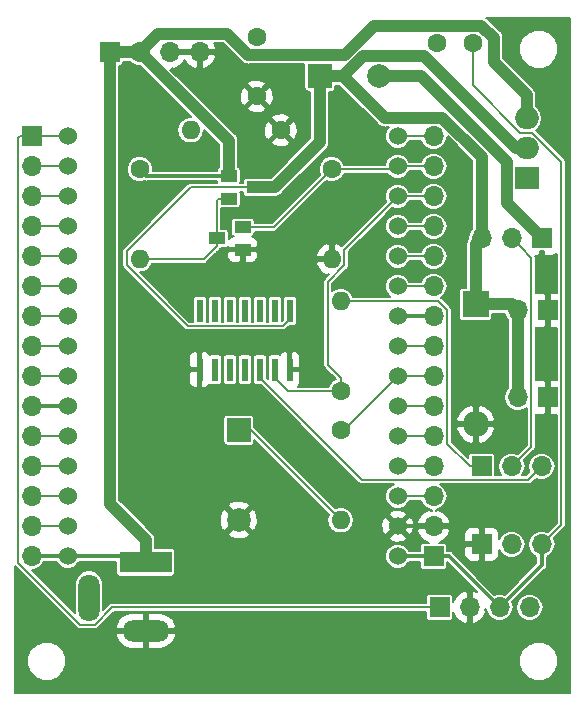
<source format=gbl>
G04 #@! TF.GenerationSoftware,KiCad,Pcbnew,5.0.2-bee76a0~70~ubuntu18.04.1*
G04 #@! TF.CreationDate,2020-02-03T20:23:13+01:00*
G04 #@! TF.ProjectId,ESP8266-LolinV3-Lamp,45535038-3236-4362-9d4c-6f6c696e5633,2.0*
G04 #@! TF.SameCoordinates,Original*
G04 #@! TF.FileFunction,Copper,L2,Bot*
G04 #@! TF.FilePolarity,Positive*
%FSLAX46Y46*%
G04 Gerber Fmt 4.6, Leading zero omitted, Abs format (unit mm)*
G04 Created by KiCad (PCBNEW 5.0.2-bee76a0~70~ubuntu18.04.1) date lun 03 feb 2020 20:23:13 CET*
%MOMM*%
%LPD*%
G01*
G04 APERTURE LIST*
G04 #@! TA.AperFunction,ComponentPad*
%ADD10R,1.700000X1.700000*%
G04 #@! TD*
G04 #@! TA.AperFunction,ComponentPad*
%ADD11O,1.700000X1.700000*%
G04 #@! TD*
G04 #@! TA.AperFunction,SMDPad,CuDef*
%ADD12R,0.600000X1.970000*%
G04 #@! TD*
G04 #@! TA.AperFunction,ComponentPad*
%ADD13R,2.200000X2.200000*%
G04 #@! TD*
G04 #@! TA.AperFunction,ComponentPad*
%ADD14O,2.200000X2.200000*%
G04 #@! TD*
G04 #@! TA.AperFunction,ComponentPad*
%ADD15C,1.524000*%
G04 #@! TD*
G04 #@! TA.AperFunction,ComponentPad*
%ADD16O,1.800000X4.000000*%
G04 #@! TD*
G04 #@! TA.AperFunction,ComponentPad*
%ADD17O,4.000000X1.800000*%
G04 #@! TD*
G04 #@! TA.AperFunction,ComponentPad*
%ADD18R,4.400000X1.800000*%
G04 #@! TD*
G04 #@! TA.AperFunction,ComponentPad*
%ADD19R,2.000000X2.000000*%
G04 #@! TD*
G04 #@! TA.AperFunction,ComponentPad*
%ADD20C,2.000000*%
G04 #@! TD*
G04 #@! TA.AperFunction,ComponentPad*
%ADD21C,1.600000*%
G04 #@! TD*
G04 #@! TA.AperFunction,ComponentPad*
%ADD22O,1.600000X1.600000*%
G04 #@! TD*
G04 #@! TA.AperFunction,ComponentPad*
%ADD23R,2.000000X1.905000*%
G04 #@! TD*
G04 #@! TA.AperFunction,ComponentPad*
%ADD24O,2.000000X1.905000*%
G04 #@! TD*
G04 #@! TA.AperFunction,SMDPad,CuDef*
%ADD25R,1.400000X1.000000*%
G04 #@! TD*
G04 #@! TA.AperFunction,Conductor*
%ADD26C,0.160000*%
G04 #@! TD*
G04 #@! TA.AperFunction,Conductor*
%ADD27C,1.000000*%
G04 #@! TD*
G04 #@! TA.AperFunction,Conductor*
%ADD28C,0.300000*%
G04 #@! TD*
G04 #@! TA.AperFunction,Conductor*
%ADD29C,0.200000*%
G04 #@! TD*
G04 APERTURE END LIST*
D10*
G04 #@! TO.P,J9,1*
G04 #@! TO.N,GND*
X184912000Y-81280000D03*
D11*
G04 #@! TO.P,J9,2*
G04 #@! TO.N,+5V*
X182372000Y-81280000D03*
G04 #@! TD*
D12*
G04 #@! TO.P,U2,1*
G04 #@! TO.N,GND*
X163068000Y-78929000D03*
G04 #@! TO.P,U2,2*
G04 #@! TO.N,D2*
X161798000Y-78929000D03*
G04 #@! TO.P,U2,3*
G04 #@! TO.N,Net-(JP1-Pad3)*
X160528000Y-78929000D03*
G04 #@! TO.P,U2,4*
G04 #@! TO.N,Net-(U2-Pad4)*
X159258000Y-78929000D03*
G04 #@! TO.P,U2,5*
G04 #@! TO.N,Net-(U2-Pad5)*
X157988000Y-78929000D03*
G04 #@! TO.P,U2,6*
G04 #@! TO.N,Net-(U2-Pad6)*
X156718000Y-78929000D03*
G04 #@! TO.P,U2,7*
G04 #@! TO.N,GND*
X155448000Y-78929000D03*
G04 #@! TO.P,U2,8*
G04 #@! TO.N,Net-(U2-Pad8)*
X155448000Y-73979000D03*
G04 #@! TO.P,U2,9*
G04 #@! TO.N,Net-(U2-Pad9)*
X156718000Y-73979000D03*
G04 #@! TO.P,U2,10*
G04 #@! TO.N,Net-(U2-Pad10)*
X157988000Y-73979000D03*
G04 #@! TO.P,U2,11*
G04 #@! TO.N,Net-(U2-Pad11)*
X159258000Y-73979000D03*
G04 #@! TO.P,U2,12*
G04 #@! TO.N,Net-(U2-Pad12)*
X160528000Y-73979000D03*
G04 #@! TO.P,U2,13*
G04 #@! TO.N,Net-(U2-Pad13)*
X161798000Y-73979000D03*
G04 #@! TO.P,U2,14*
G04 #@! TO.N,+5V*
X163068000Y-73979000D03*
G04 #@! TD*
D10*
G04 #@! TO.P,J8,1*
G04 #@! TO.N,GND*
X184912000Y-73914000D03*
D11*
G04 #@! TO.P,J8,2*
G04 #@! TO.N,+5V*
X182372000Y-73914000D03*
G04 #@! TD*
D13*
G04 #@! TO.P,D1,1*
G04 #@! TO.N,+5V*
X178816000Y-73406000D03*
D14*
G04 #@! TO.P,D1,2*
G04 #@! TO.N,GND*
X178816000Y-83566000D03*
G04 #@! TD*
D15*
G04 #@! TO.P,U1,1*
G04 #@! TO.N,A0*
X144272000Y-59182000D03*
G04 #@! TO.P,U1,2*
G04 #@! TO.N,Net-(J1-Pad2)*
X144272000Y-61722000D03*
G04 #@! TO.P,U1,3*
G04 #@! TO.N,Net-(J1-Pad3)*
X144272000Y-64262000D03*
G04 #@! TO.P,U1,4*
G04 #@! TO.N,Net-(J1-Pad4)*
X144272000Y-66802000D03*
G04 #@! TO.P,U1,5*
G04 #@! TO.N,Net-(J1-Pad5)*
X144272000Y-69342000D03*
G04 #@! TO.P,U1,6*
G04 #@! TO.N,Net-(J1-Pad6)*
X144272000Y-71882000D03*
G04 #@! TO.P,U1,7*
G04 #@! TO.N,Net-(J1-Pad7)*
X144272000Y-74422000D03*
G04 #@! TO.P,U1,8*
G04 #@! TO.N,Net-(J1-Pad8)*
X144272000Y-76962000D03*
G04 #@! TO.P,U1,9*
G04 #@! TO.N,Net-(J1-Pad9)*
X144272000Y-79502000D03*
G04 #@! TO.P,U1,10*
G04 #@! TO.N,Net-(J1-Pad10)*
X144272000Y-82042000D03*
G04 #@! TO.P,U1,11*
G04 #@! TO.N,Net-(J1-Pad11)*
X144272000Y-84582000D03*
G04 #@! TO.P,U1,12*
G04 #@! TO.N,Net-(J1-Pad12)*
X144272000Y-87122000D03*
G04 #@! TO.P,U1,13*
G04 #@! TO.N,Net-(J1-Pad13)*
X144272000Y-89662000D03*
G04 #@! TO.P,U1,14*
G04 #@! TO.N,Net-(J1-Pad14)*
X144272000Y-92202000D03*
G04 #@! TO.P,U1,15*
G04 #@! TO.N,Net-(J1-Pad15)*
X144272000Y-94742000D03*
G04 #@! TO.P,U1,16*
G04 #@! TO.N,3.3V*
X172212000Y-94742000D03*
G04 #@! TO.P,U1,17*
G04 #@! TO.N,GND*
X172212000Y-92202000D03*
G04 #@! TO.P,U1,18*
G04 #@! TO.N,Net-(J3-Pad3)*
X172212000Y-89662000D03*
G04 #@! TO.P,U1,19*
G04 #@! TO.N,Net-(J3-Pad4)*
X172212000Y-87122000D03*
G04 #@! TO.P,U1,20*
G04 #@! TO.N,Net-(J3-Pad5)*
X172212000Y-84582000D03*
G04 #@! TO.P,U1,21*
G04 #@! TO.N,D7*
X172212000Y-82042000D03*
G04 #@! TO.P,U1,22*
G04 #@! TO.N,D6*
X172212000Y-79502000D03*
G04 #@! TO.P,U1,23*
G04 #@! TO.N,D5*
X172212000Y-76962000D03*
G04 #@! TO.P,U1,24*
G04 #@! TO.N,Net-(J3-Pad9)*
X172212000Y-74422000D03*
G04 #@! TO.P,U1,25*
G04 #@! TO.N,Net-(J3-Pad10)*
X172212000Y-71882000D03*
G04 #@! TO.P,U1,26*
G04 #@! TO.N,Net-(J3-Pad11)*
X172212000Y-69342000D03*
G04 #@! TO.P,U1,27*
G04 #@! TO.N,Net-(J3-Pad12)*
X172212000Y-66802000D03*
G04 #@! TO.P,U1,28*
G04 #@! TO.N,D2*
X172212000Y-64262000D03*
G04 #@! TO.P,U1,29*
G04 #@! TO.N,D1*
X172212000Y-61722000D03*
G04 #@! TO.P,U1,30*
G04 #@! TO.N,Net-(J3-Pad15)*
X172212000Y-59182000D03*
G04 #@! TD*
D16*
G04 #@! TO.P,J7,3*
G04 #@! TO.N,N/C*
X146076000Y-98250000D03*
D17*
G04 #@! TO.P,J7,2*
G04 #@! TO.N,GND*
X150876000Y-101050000D03*
D18*
G04 #@! TO.P,J7,1*
G04 #@! TO.N,Net-(J1-Pad15)*
X150876000Y-95250000D03*
G04 #@! TD*
D19*
G04 #@! TO.P,C1,1*
G04 #@! TO.N,+5V*
X165608000Y-54102000D03*
D20*
G04 #@! TO.P,C1,2*
G04 #@! TO.N,GND*
X170608000Y-54102000D03*
G04 #@! TD*
D21*
G04 #@! TO.P,C2,1*
G04 #@! TO.N,A0*
X160274000Y-50800000D03*
G04 #@! TO.P,C2,2*
G04 #@! TO.N,GND*
X160274000Y-55800000D03*
G04 #@! TD*
G04 #@! TO.P,R8,1*
G04 #@! TO.N,3.3V*
X178562000Y-51308000D03*
G04 #@! TO.P,R8,2*
G04 #@! TO.N,A0*
X175562000Y-51308000D03*
G04 #@! TD*
G04 #@! TO.P,R7,1*
G04 #@! TO.N,GND*
X162306000Y-58674000D03*
D22*
G04 #@! TO.P,R7,2*
G04 #@! TO.N,A0*
X154686000Y-58674000D03*
G04 #@! TD*
G04 #@! TO.P,R5,2*
G04 #@! TO.N,Net-(JP1-Pad1)*
X167386000Y-73152000D03*
D21*
G04 #@! TO.P,R5,1*
G04 #@! TO.N,D2*
X167386000Y-80772000D03*
G04 #@! TD*
G04 #@! TO.P,R6,1*
G04 #@! TO.N,D6*
X167386000Y-84074000D03*
D22*
G04 #@! TO.P,R6,2*
G04 #@! TO.N,Net-(BZ1-Pad1)*
X167386000Y-91694000D03*
G04 #@! TD*
D11*
G04 #@! TO.P,J1,15*
G04 #@! TO.N,Net-(J1-Pad15)*
X141224000Y-94742000D03*
G04 #@! TO.P,J1,14*
G04 #@! TO.N,Net-(J1-Pad14)*
X141224000Y-92202000D03*
G04 #@! TO.P,J1,13*
G04 #@! TO.N,Net-(J1-Pad13)*
X141224000Y-89662000D03*
G04 #@! TO.P,J1,12*
G04 #@! TO.N,Net-(J1-Pad12)*
X141224000Y-87122000D03*
G04 #@! TO.P,J1,11*
G04 #@! TO.N,Net-(J1-Pad11)*
X141224000Y-84582000D03*
G04 #@! TO.P,J1,10*
G04 #@! TO.N,Net-(J1-Pad10)*
X141224000Y-82042000D03*
G04 #@! TO.P,J1,9*
G04 #@! TO.N,Net-(J1-Pad9)*
X141224000Y-79502000D03*
G04 #@! TO.P,J1,8*
G04 #@! TO.N,Net-(J1-Pad8)*
X141224000Y-76962000D03*
G04 #@! TO.P,J1,7*
G04 #@! TO.N,Net-(J1-Pad7)*
X141224000Y-74422000D03*
G04 #@! TO.P,J1,6*
G04 #@! TO.N,Net-(J1-Pad6)*
X141224000Y-71882000D03*
G04 #@! TO.P,J1,5*
G04 #@! TO.N,Net-(J1-Pad5)*
X141224000Y-69342000D03*
G04 #@! TO.P,J1,4*
G04 #@! TO.N,Net-(J1-Pad4)*
X141224000Y-66802000D03*
G04 #@! TO.P,J1,3*
G04 #@! TO.N,Net-(J1-Pad3)*
X141224000Y-64262000D03*
G04 #@! TO.P,J1,2*
G04 #@! TO.N,Net-(J1-Pad2)*
X141224000Y-61722000D03*
D10*
G04 #@! TO.P,J1,1*
G04 #@! TO.N,A0*
X141224000Y-59182000D03*
G04 #@! TD*
G04 #@! TO.P,JP1,1*
G04 #@! TO.N,Net-(JP1-Pad1)*
X179324000Y-87122000D03*
D11*
G04 #@! TO.P,JP1,2*
G04 #@! TO.N,DATA*
X181864000Y-87122000D03*
G04 #@! TO.P,JP1,3*
G04 #@! TO.N,Net-(JP1-Pad3)*
X184404000Y-87122000D03*
G04 #@! TD*
D22*
G04 #@! TO.P,R4,2*
G04 #@! TO.N,Net-(Q4-Pad1)*
X150368000Y-69596000D03*
D21*
G04 #@! TO.P,R4,1*
G04 #@! TO.N,Net-(J1-Pad15)*
X150368000Y-61976000D03*
G04 #@! TD*
G04 #@! TO.P,R3,1*
G04 #@! TO.N,D1*
X166624000Y-61976000D03*
D22*
G04 #@! TO.P,R3,2*
G04 #@! TO.N,GND*
X166624000Y-69596000D03*
G04 #@! TD*
D23*
G04 #@! TO.P,Q5,1*
G04 #@! TO.N,Net-(Q4-Pad1)*
X183134000Y-62738000D03*
D24*
G04 #@! TO.P,Q5,2*
G04 #@! TO.N,+5V*
X183134000Y-60198000D03*
G04 #@! TO.P,Q5,3*
G04 #@! TO.N,Net-(J1-Pad15)*
X183134000Y-57658000D03*
G04 #@! TD*
D19*
G04 #@! TO.P,BZ1,1*
G04 #@! TO.N,Net-(BZ1-Pad1)*
X158750000Y-84074000D03*
D20*
G04 #@! TO.P,BZ1,2*
G04 #@! TO.N,GND*
X158750000Y-91674000D03*
G04 #@! TD*
D11*
G04 #@! TO.P,J4,3*
G04 #@! TO.N,+5V*
X179324000Y-67818000D03*
G04 #@! TO.P,J4,2*
G04 #@! TO.N,DATA*
X181864000Y-67818000D03*
D10*
G04 #@! TO.P,J4,1*
G04 #@! TO.N,GND*
X184404000Y-67818000D03*
G04 #@! TD*
G04 #@! TO.P,J5,1*
G04 #@! TO.N,GND*
X179324000Y-93726000D03*
D11*
G04 #@! TO.P,J5,2*
G04 #@! TO.N,D5*
X181864000Y-93726000D03*
G04 #@! TO.P,J5,3*
G04 #@! TO.N,3.3V*
X184404000Y-93726000D03*
G04 #@! TD*
G04 #@! TO.P,J2,4*
G04 #@! TO.N,GND*
X155448000Y-52070000D03*
G04 #@! TO.P,J2,3*
X152908000Y-52070000D03*
G04 #@! TO.P,J2,2*
G04 #@! TO.N,Net-(J1-Pad15)*
X150368000Y-52070000D03*
D10*
G04 #@! TO.P,J2,1*
X147828000Y-52070000D03*
G04 #@! TD*
G04 #@! TO.P,J6,1*
G04 #@! TO.N,A0*
X175768000Y-99060000D03*
D11*
G04 #@! TO.P,J6,2*
G04 #@! TO.N,GND*
X178308000Y-99060000D03*
G04 #@! TO.P,J6,3*
G04 #@! TO.N,3.3V*
X180848000Y-99060000D03*
G04 #@! TO.P,J6,4*
G04 #@! TO.N,D7*
X183388000Y-99060000D03*
G04 #@! TD*
D10*
G04 #@! TO.P,J3,1*
G04 #@! TO.N,3.3V*
X175260000Y-94742000D03*
D11*
G04 #@! TO.P,J3,2*
G04 #@! TO.N,GND*
X175260000Y-92202000D03*
G04 #@! TO.P,J3,3*
G04 #@! TO.N,Net-(J3-Pad3)*
X175260000Y-89662000D03*
G04 #@! TO.P,J3,4*
G04 #@! TO.N,Net-(J3-Pad4)*
X175260000Y-87122000D03*
G04 #@! TO.P,J3,5*
G04 #@! TO.N,Net-(J3-Pad5)*
X175260000Y-84582000D03*
G04 #@! TO.P,J3,6*
G04 #@! TO.N,D7*
X175260000Y-82042000D03*
G04 #@! TO.P,J3,7*
G04 #@! TO.N,D6*
X175260000Y-79502000D03*
G04 #@! TO.P,J3,8*
G04 #@! TO.N,D5*
X175260000Y-76962000D03*
G04 #@! TO.P,J3,9*
G04 #@! TO.N,Net-(J3-Pad9)*
X175260000Y-74422000D03*
G04 #@! TO.P,J3,10*
G04 #@! TO.N,Net-(J3-Pad10)*
X175260000Y-71882000D03*
G04 #@! TO.P,J3,11*
G04 #@! TO.N,Net-(J3-Pad11)*
X175260000Y-69342000D03*
G04 #@! TO.P,J3,12*
G04 #@! TO.N,Net-(J3-Pad12)*
X175260000Y-66802000D03*
G04 #@! TO.P,J3,13*
G04 #@! TO.N,D2*
X175260000Y-64262000D03*
G04 #@! TO.P,J3,14*
G04 #@! TO.N,D1*
X175260000Y-61722000D03*
G04 #@! TO.P,J3,15*
G04 #@! TO.N,Net-(J3-Pad15)*
X175260000Y-59182000D03*
G04 #@! TD*
D25*
G04 #@! TO.P,Q6,3*
G04 #@! TO.N,Net-(Q4-Pad1)*
X156888000Y-67818000D03*
G04 #@! TO.P,Q6,2*
G04 #@! TO.N,GND*
X159088000Y-68768000D03*
G04 #@! TO.P,Q6,1*
G04 #@! TO.N,D1*
X159088000Y-66868000D03*
G04 #@! TD*
G04 #@! TO.P,Q4,3*
G04 #@! TO.N,+5V*
X160104000Y-63500000D03*
G04 #@! TO.P,Q4,2*
G04 #@! TO.N,Net-(J1-Pad15)*
X157904000Y-62550000D03*
G04 #@! TO.P,Q4,1*
G04 #@! TO.N,Net-(Q4-Pad1)*
X157904000Y-64450000D03*
G04 #@! TD*
D26*
G04 #@! TO.N,D1*
X172212000Y-61722000D02*
X175260000Y-61722000D01*
X171958000Y-61976000D02*
X172212000Y-61722000D01*
X166624000Y-61976000D02*
X171958000Y-61976000D01*
X161732000Y-66868000D02*
X166624000Y-61976000D01*
X159088000Y-66868000D02*
X161732000Y-66868000D01*
D27*
G04 #@! TO.N,GND*
X181433999Y-64847999D02*
X184404000Y-67818000D01*
X181433999Y-61364927D02*
X181433999Y-64847999D01*
X174171072Y-54102000D02*
X181433999Y-61364927D01*
X170608000Y-54102000D02*
X174171072Y-54102000D01*
D28*
X172212000Y-92202000D02*
X175260000Y-92202000D01*
G04 #@! TO.N,3.3V*
X172212000Y-94742000D02*
X175260000Y-94742000D01*
X176530000Y-94742000D02*
X180848000Y-99060000D01*
X175260000Y-94742000D02*
X176530000Y-94742000D01*
X184404000Y-95504000D02*
X184404000Y-93726000D01*
X180848000Y-99060000D02*
X184404000Y-95504000D01*
D26*
X178562000Y-54876532D02*
X178562000Y-52439370D01*
X182575978Y-58890510D02*
X178562000Y-54876532D01*
X183617042Y-58890510D02*
X182575978Y-58890510D01*
X186042001Y-61315469D02*
X183617042Y-58890510D01*
X178562000Y-52439370D02*
X178562000Y-51308000D01*
X186042001Y-92087999D02*
X186042001Y-61315469D01*
X184404000Y-93726000D02*
X186042001Y-92087999D01*
G04 #@! TO.N,D2*
X172212000Y-64262000D02*
X175260000Y-64262000D01*
X161798000Y-79614000D02*
X161798000Y-78929000D01*
X162956000Y-80772000D02*
X161798000Y-79614000D01*
X167386000Y-80772000D02*
X162956000Y-80772000D01*
X171450001Y-65023999D02*
X172212000Y-64262000D01*
X167704001Y-68769999D02*
X171450001Y-65023999D01*
X166305999Y-71512403D02*
X167704001Y-70114401D01*
X166305999Y-78560629D02*
X166305999Y-71512403D01*
X167704001Y-70114401D02*
X167704001Y-68769999D01*
X167386000Y-79640630D02*
X166305999Y-78560629D01*
X167386000Y-80772000D02*
X167386000Y-79640630D01*
G04 #@! TO.N,DATA*
X182713999Y-68667999D02*
X181864000Y-67818000D01*
X183502001Y-85483999D02*
X183502001Y-69456001D01*
X183502001Y-69456001D02*
X182713999Y-68667999D01*
X181864000Y-87122000D02*
X183502001Y-85483999D01*
D27*
G04 #@! TO.N,+5V*
X165608000Y-59696000D02*
X165608000Y-54102000D01*
X161804000Y-63500000D02*
X165608000Y-59696000D01*
X160104000Y-63500000D02*
X161804000Y-63500000D01*
X183086500Y-60198000D02*
X183134000Y-60198000D01*
X179324000Y-60951998D02*
X179324000Y-67818000D01*
X171137999Y-57631999D02*
X176004001Y-57631999D01*
X176004001Y-57631999D02*
X179324000Y-60951998D01*
X167608000Y-54102000D02*
X171137999Y-57631999D01*
X167608000Y-54102000D02*
X165608000Y-54102000D01*
X174435997Y-52401999D02*
X169308001Y-52401999D01*
X169308001Y-52401999D02*
X167608000Y-54102000D01*
X182231998Y-60198000D02*
X174435997Y-52401999D01*
X183134000Y-60198000D02*
X182231998Y-60198000D01*
X178816000Y-68326000D02*
X179324000Y-67818000D01*
X178816000Y-73406000D02*
X178816000Y-68326000D01*
X181864000Y-73406000D02*
X182372000Y-73914000D01*
X178816000Y-73406000D02*
X181864000Y-73406000D01*
X182372000Y-73914000D02*
X182372000Y-81280000D01*
D26*
X163068000Y-74664000D02*
X163068000Y-73979000D01*
X162487999Y-75244001D02*
X163068000Y-74664000D01*
X154417599Y-75244001D02*
X162487999Y-75244001D01*
X149287999Y-70114401D02*
X154417599Y-75244001D01*
X149287999Y-68898001D02*
X149287999Y-70114401D01*
X154686000Y-63500000D02*
X149287999Y-68898001D01*
X160104000Y-63500000D02*
X154686000Y-63500000D01*
D27*
G04 #@! TO.N,Net-(J1-Pad15)*
X147828000Y-52070000D02*
X150368000Y-52070000D01*
X157904000Y-59606000D02*
X157904000Y-62550000D01*
X150368000Y-52070000D02*
X157904000Y-59606000D01*
X179282001Y-49807999D02*
X180340000Y-50865998D01*
X151918001Y-50519999D02*
X157773997Y-50519999D01*
X157773997Y-50519999D02*
X159553999Y-52300001D01*
X150368000Y-52070000D02*
X151918001Y-50519999D01*
X159553999Y-52300001D02*
X167712929Y-52300001D01*
X167712929Y-52300001D02*
X170204931Y-49807999D01*
X170204931Y-49807999D02*
X179282001Y-49807999D01*
X183134000Y-55705500D02*
X183134000Y-57658000D01*
X180340000Y-52911500D02*
X183134000Y-55705500D01*
X180340000Y-50865998D02*
X180340000Y-52911500D01*
D28*
X141224000Y-94742000D02*
X144272000Y-94742000D01*
X150942000Y-62550000D02*
X150368000Y-61976000D01*
X157904000Y-62550000D02*
X150942000Y-62550000D01*
D27*
X147828000Y-90302000D02*
X147828000Y-85090000D01*
X150876000Y-93350000D02*
X147828000Y-90302000D01*
X147828000Y-85628000D02*
X147828000Y-85090000D01*
X150876000Y-95250000D02*
X150876000Y-93350000D01*
X147828000Y-85090000D02*
X147828000Y-52070000D01*
D28*
X150368000Y-94742000D02*
X150876000Y-95250000D01*
X144272000Y-94742000D02*
X150368000Y-94742000D01*
D26*
G04 #@! TO.N,A0*
X144780000Y-58674000D02*
X144272000Y-59182000D01*
X141224000Y-59182000D02*
X144272000Y-59182000D01*
X140214000Y-59182000D02*
X141224000Y-59182000D01*
X140093999Y-95290785D02*
X140093999Y-59302001D01*
X140093999Y-59302001D02*
X140214000Y-59182000D01*
X146564776Y-100530010D02*
X145333224Y-100530010D01*
X148034786Y-99060000D02*
X146564776Y-100530010D01*
X145333224Y-100530010D02*
X140093999Y-95290785D01*
X175768000Y-99060000D02*
X148034786Y-99060000D01*
G04 #@! TO.N,Net-(J1-Pad2)*
X141224000Y-61722000D02*
X144272000Y-61722000D01*
G04 #@! TO.N,Net-(J1-Pad3)*
X141224000Y-64262000D02*
X144272000Y-64262000D01*
G04 #@! TO.N,Net-(J1-Pad4)*
X141224000Y-66802000D02*
X144272000Y-66802000D01*
G04 #@! TO.N,Net-(J1-Pad5)*
X141224000Y-69342000D02*
X144272000Y-69342000D01*
G04 #@! TO.N,Net-(J1-Pad6)*
X141224000Y-71882000D02*
X144272000Y-71882000D01*
G04 #@! TO.N,Net-(J1-Pad7)*
X141224000Y-74422000D02*
X144272000Y-74422000D01*
G04 #@! TO.N,Net-(J1-Pad8)*
X141224000Y-76962000D02*
X144272000Y-76962000D01*
G04 #@! TO.N,Net-(J1-Pad9)*
X141224000Y-79502000D02*
X144272000Y-79502000D01*
D28*
G04 #@! TO.N,Net-(J1-Pad10)*
X141224000Y-82042000D02*
X144272000Y-82042000D01*
D26*
G04 #@! TO.N,Net-(J1-Pad11)*
X141224000Y-84582000D02*
X144272000Y-84582000D01*
G04 #@! TO.N,Net-(J1-Pad12)*
X141224000Y-87122000D02*
X144272000Y-87122000D01*
G04 #@! TO.N,Net-(J1-Pad13)*
X141224000Y-89662000D02*
X144272000Y-89662000D01*
G04 #@! TO.N,Net-(J1-Pad14)*
X141224000Y-92202000D02*
X144272000Y-92202000D01*
G04 #@! TO.N,Net-(J3-Pad3)*
X172212000Y-89662000D02*
X175260000Y-89662000D01*
G04 #@! TO.N,Net-(J3-Pad4)*
X172212000Y-87122000D02*
X175260000Y-87122000D01*
G04 #@! TO.N,Net-(J3-Pad5)*
X172212000Y-84582000D02*
X175260000Y-84582000D01*
G04 #@! TO.N,D7*
X172212000Y-82042000D02*
X175260000Y-82042000D01*
G04 #@! TO.N,D6*
X172212000Y-79502000D02*
X175260000Y-79502000D01*
X167640000Y-84074000D02*
X167386000Y-84074000D01*
X172212000Y-79502000D02*
X167640000Y-84074000D01*
G04 #@! TO.N,D5*
X172212000Y-76962000D02*
X175260000Y-76962000D01*
D28*
G04 #@! TO.N,Net-(J3-Pad9)*
X172212000Y-74422000D02*
X175260000Y-74422000D01*
D26*
G04 #@! TO.N,Net-(J3-Pad10)*
X172212000Y-71882000D02*
X175260000Y-71882000D01*
G04 #@! TO.N,Net-(J3-Pad11)*
X172212000Y-69342000D02*
X175260000Y-69342000D01*
G04 #@! TO.N,Net-(J3-Pad12)*
X172212000Y-66802000D02*
X175260000Y-66802000D01*
G04 #@! TO.N,Net-(J3-Pad15)*
X172212000Y-59182000D02*
X175260000Y-59182000D01*
G04 #@! TO.N,Net-(JP1-Pad3)*
X169166001Y-88252001D02*
X160528000Y-79614000D01*
X160528000Y-79614000D02*
X160528000Y-78929000D01*
X183273999Y-88252001D02*
X169166001Y-88252001D01*
X184404000Y-87122000D02*
X183273999Y-88252001D01*
G04 #@! TO.N,Net-(BZ1-Pad1)*
X159766000Y-84074000D02*
X158750000Y-84074000D01*
X167386000Y-91694000D02*
X159766000Y-84074000D01*
G04 #@! TO.N,Net-(JP1-Pad1)*
X168517370Y-73152000D02*
X167386000Y-73152000D01*
X176390001Y-73879599D02*
X175662402Y-73152000D01*
X178314000Y-87122000D02*
X176390001Y-85198001D01*
X175662402Y-73152000D02*
X168517370Y-73152000D01*
X176390001Y-85198001D02*
X176390001Y-73879599D01*
X179324000Y-87122000D02*
X178314000Y-87122000D01*
G04 #@! TO.N,Net-(Q4-Pad1)*
X156888000Y-64606000D02*
X156888000Y-67818000D01*
X157044000Y-64450000D02*
X156888000Y-64606000D01*
X157904000Y-64450000D02*
X157044000Y-64450000D01*
X156888000Y-68478000D02*
X156888000Y-67818000D01*
X155770000Y-69596000D02*
X156888000Y-68478000D01*
X150368000Y-69596000D02*
X155770000Y-69596000D01*
G04 #@! TD*
D29*
G04 #@! TO.N,GND*
G36*
X186823001Y-106305000D02*
X139821000Y-106305000D01*
X139821000Y-103303795D01*
X140844000Y-103303795D01*
X140844000Y-103960205D01*
X141095198Y-104566650D01*
X141559350Y-105030802D01*
X142165795Y-105282000D01*
X142822205Y-105282000D01*
X143428650Y-105030802D01*
X143892802Y-104566650D01*
X144144000Y-103960205D01*
X144144000Y-103303795D01*
X182500000Y-103303795D01*
X182500000Y-103960205D01*
X182751198Y-104566650D01*
X183215350Y-105030802D01*
X183821795Y-105282000D01*
X184478205Y-105282000D01*
X185084650Y-105030802D01*
X185548802Y-104566650D01*
X185800000Y-103960205D01*
X185800000Y-103303795D01*
X185548802Y-102697350D01*
X185084650Y-102233198D01*
X184478205Y-101982000D01*
X183821795Y-101982000D01*
X183215350Y-102233198D01*
X182751198Y-102697350D01*
X182500000Y-103303795D01*
X144144000Y-103303795D01*
X143892802Y-102697350D01*
X143428650Y-102233198D01*
X142822205Y-101982000D01*
X142165795Y-101982000D01*
X141559350Y-102233198D01*
X141095198Y-102697350D01*
X140844000Y-103303795D01*
X139821000Y-103303795D01*
X139821000Y-101436774D01*
X148318444Y-101436774D01*
X148323857Y-101484810D01*
X148600789Y-102007423D01*
X149056636Y-102384277D01*
X149622000Y-102558000D01*
X150722000Y-102558000D01*
X150722000Y-101204000D01*
X151030000Y-101204000D01*
X151030000Y-102558000D01*
X152130000Y-102558000D01*
X152695364Y-102384277D01*
X153151211Y-102007423D01*
X153428143Y-101484810D01*
X153433556Y-101436774D01*
X153323227Y-101204000D01*
X151030000Y-101204000D01*
X150722000Y-101204000D01*
X148428773Y-101204000D01*
X148318444Y-101436774D01*
X139821000Y-101436774D01*
X139821000Y-95565394D01*
X139851763Y-95585949D01*
X145038062Y-100772249D01*
X145059260Y-100803974D01*
X145090985Y-100825172D01*
X145090986Y-100825173D01*
X145184954Y-100887961D01*
X145184955Y-100887961D01*
X145184956Y-100887962D01*
X145295800Y-100910010D01*
X145295804Y-100910010D01*
X145333223Y-100917453D01*
X145370642Y-100910010D01*
X146527357Y-100910010D01*
X146564776Y-100917453D01*
X146602195Y-100910010D01*
X146602200Y-100910010D01*
X146713044Y-100887962D01*
X146838740Y-100803974D01*
X146859940Y-100772246D01*
X146968960Y-100663226D01*
X148318444Y-100663226D01*
X148428773Y-100896000D01*
X150722000Y-100896000D01*
X150722000Y-99542000D01*
X151030000Y-99542000D01*
X151030000Y-100896000D01*
X153323227Y-100896000D01*
X153433556Y-100663226D01*
X153428143Y-100615190D01*
X153151211Y-100092577D01*
X152695364Y-99715723D01*
X152130000Y-99542000D01*
X151030000Y-99542000D01*
X150722000Y-99542000D01*
X149622000Y-99542000D01*
X149056636Y-99715723D01*
X148600789Y-100092577D01*
X148323857Y-100615190D01*
X148318444Y-100663226D01*
X146968960Y-100663226D01*
X148192187Y-99440000D01*
X174612123Y-99440000D01*
X174612123Y-99910000D01*
X174635407Y-100027054D01*
X174701712Y-100126288D01*
X174800946Y-100192593D01*
X174918000Y-100215877D01*
X176618000Y-100215877D01*
X176735054Y-100192593D01*
X176834288Y-100126288D01*
X176900593Y-100027054D01*
X176923877Y-99910000D01*
X176923877Y-99487023D01*
X177152259Y-99948854D01*
X177580384Y-100323477D01*
X177929090Y-100467903D01*
X178154000Y-100356889D01*
X178154000Y-99214000D01*
X178134000Y-99214000D01*
X178134000Y-98906000D01*
X178154000Y-98906000D01*
X178154000Y-97763111D01*
X177929090Y-97652097D01*
X177580384Y-97796523D01*
X177152259Y-98171146D01*
X176923877Y-98632977D01*
X176923877Y-98210000D01*
X176900593Y-98092946D01*
X176834288Y-97993712D01*
X176735054Y-97927407D01*
X176618000Y-97904123D01*
X174918000Y-97904123D01*
X174800946Y-97927407D01*
X174701712Y-97993712D01*
X174635407Y-98092946D01*
X174612123Y-98210000D01*
X174612123Y-98680000D01*
X148072204Y-98680000D01*
X148034785Y-98672557D01*
X147997366Y-98680000D01*
X147997362Y-98680000D01*
X147886518Y-98702048D01*
X147886517Y-98702049D01*
X147886516Y-98702049D01*
X147792548Y-98764837D01*
X147760822Y-98786036D01*
X147739624Y-98817761D01*
X147276000Y-99281385D01*
X147276000Y-97031812D01*
X147206375Y-96681783D01*
X146941152Y-96284848D01*
X146544216Y-96019625D01*
X146076000Y-95926491D01*
X145607783Y-96019625D01*
X145210848Y-96284848D01*
X144945625Y-96681784D01*
X144876000Y-97031813D01*
X144876001Y-99468188D01*
X144892686Y-99552072D01*
X141232614Y-95892000D01*
X141337261Y-95892000D01*
X141672707Y-95825276D01*
X142053103Y-95571103D01*
X142306412Y-95192000D01*
X143308896Y-95192000D01*
X143371680Y-95343575D01*
X143670425Y-95642320D01*
X144060755Y-95804000D01*
X144483245Y-95804000D01*
X144873575Y-95642320D01*
X145172320Y-95343575D01*
X145235104Y-95192000D01*
X148370123Y-95192000D01*
X148370123Y-96150000D01*
X148393407Y-96267054D01*
X148459712Y-96366288D01*
X148558946Y-96432593D01*
X148676000Y-96455877D01*
X153076000Y-96455877D01*
X153193054Y-96432593D01*
X153292288Y-96366288D01*
X153358593Y-96267054D01*
X153381877Y-96150000D01*
X153381877Y-94350000D01*
X153358593Y-94232946D01*
X153292288Y-94133712D01*
X153193054Y-94067407D01*
X153076000Y-94044123D01*
X151676000Y-94044123D01*
X151676000Y-93428784D01*
X151691671Y-93350000D01*
X151676000Y-93271216D01*
X151676000Y-93271211D01*
X151629583Y-93037856D01*
X151490074Y-92829066D01*
X157812723Y-92829066D01*
X157915174Y-93085040D01*
X158518703Y-93297105D01*
X159157445Y-93262067D01*
X159345026Y-93184368D01*
X171447421Y-93184368D01*
X171520551Y-93415698D01*
X172037647Y-93587917D01*
X172581287Y-93549142D01*
X172903449Y-93415698D01*
X172976579Y-93184368D01*
X172212000Y-92419789D01*
X171447421Y-93184368D01*
X159345026Y-93184368D01*
X159584826Y-93085040D01*
X159687277Y-92829066D01*
X158750000Y-91891789D01*
X157812723Y-92829066D01*
X151490074Y-92829066D01*
X151452767Y-92773233D01*
X151385975Y-92728604D01*
X150100074Y-91442703D01*
X157126895Y-91442703D01*
X157161933Y-92081445D01*
X157338960Y-92508826D01*
X157594934Y-92611277D01*
X158532211Y-91674000D01*
X158967789Y-91674000D01*
X159905066Y-92611277D01*
X160161040Y-92508826D01*
X160373105Y-91905297D01*
X160338067Y-91266555D01*
X160161040Y-90839174D01*
X159905066Y-90736723D01*
X158967789Y-91674000D01*
X158532211Y-91674000D01*
X157594934Y-90736723D01*
X157338960Y-90839174D01*
X157126895Y-91442703D01*
X150100074Y-91442703D01*
X149176305Y-90518934D01*
X157812723Y-90518934D01*
X158750000Y-91456211D01*
X159687277Y-90518934D01*
X159584826Y-90262960D01*
X158981297Y-90050895D01*
X158342555Y-90085933D01*
X157915174Y-90262960D01*
X157812723Y-90518934D01*
X149176305Y-90518934D01*
X148628000Y-89970630D01*
X148628000Y-83074000D01*
X157444123Y-83074000D01*
X157444123Y-85074000D01*
X157467407Y-85191054D01*
X157533712Y-85290288D01*
X157632946Y-85356593D01*
X157750000Y-85379877D01*
X159750000Y-85379877D01*
X159867054Y-85356593D01*
X159966288Y-85290288D01*
X160032593Y-85191054D01*
X160055877Y-85074000D01*
X160055877Y-84901277D01*
X166377691Y-91223093D01*
X166349823Y-91264801D01*
X166264450Y-91694000D01*
X166349823Y-92123199D01*
X166592944Y-92487056D01*
X166956801Y-92730177D01*
X167277661Y-92794000D01*
X167494339Y-92794000D01*
X167815199Y-92730177D01*
X168179056Y-92487056D01*
X168422177Y-92123199D01*
X168441183Y-92027647D01*
X170826083Y-92027647D01*
X170864858Y-92571287D01*
X170998302Y-92893449D01*
X171229632Y-92966579D01*
X171994211Y-92202000D01*
X172429789Y-92202000D01*
X173194368Y-92966579D01*
X173425698Y-92893449D01*
X173597917Y-92376353D01*
X173559142Y-91832713D01*
X173425698Y-91510551D01*
X173194368Y-91437421D01*
X172429789Y-92202000D01*
X171994211Y-92202000D01*
X171229632Y-91437421D01*
X170998302Y-91510551D01*
X170826083Y-92027647D01*
X168441183Y-92027647D01*
X168507550Y-91694000D01*
X168422177Y-91264801D01*
X168391997Y-91219632D01*
X171447421Y-91219632D01*
X172212000Y-91984211D01*
X172976579Y-91219632D01*
X172903449Y-90988302D01*
X172386353Y-90816083D01*
X171842713Y-90854858D01*
X171520551Y-90988302D01*
X171447421Y-91219632D01*
X168391997Y-91219632D01*
X168179056Y-90900944D01*
X167815199Y-90657823D01*
X167494339Y-90594000D01*
X167277661Y-90594000D01*
X166956801Y-90657823D01*
X166915093Y-90685691D01*
X160061163Y-83831763D01*
X160055877Y-83823851D01*
X160055877Y-83074000D01*
X160032593Y-82956946D01*
X159966288Y-82857712D01*
X159867054Y-82791407D01*
X159750000Y-82768123D01*
X157750000Y-82768123D01*
X157632946Y-82791407D01*
X157533712Y-82857712D01*
X157467407Y-82956946D01*
X157444123Y-83074000D01*
X148628000Y-83074000D01*
X148628000Y-79235000D01*
X154540000Y-79235000D01*
X154540000Y-80034939D01*
X154632563Y-80258405D01*
X154803596Y-80429438D01*
X155027062Y-80522000D01*
X155146000Y-80522000D01*
X155298000Y-80370000D01*
X155298000Y-79083000D01*
X154692000Y-79083000D01*
X154540000Y-79235000D01*
X148628000Y-79235000D01*
X148628000Y-77823061D01*
X154540000Y-77823061D01*
X154540000Y-78623000D01*
X154692000Y-78775000D01*
X155298000Y-78775000D01*
X155298000Y-77488000D01*
X155598000Y-77488000D01*
X155598000Y-78775000D01*
X155622000Y-78775000D01*
X155622000Y-79083000D01*
X155598000Y-79083000D01*
X155598000Y-80370000D01*
X155750000Y-80522000D01*
X155868938Y-80522000D01*
X156092404Y-80429438D01*
X156263437Y-80258405D01*
X156291621Y-80190362D01*
X156300946Y-80196593D01*
X156418000Y-80219877D01*
X157018000Y-80219877D01*
X157135054Y-80196593D01*
X157234288Y-80130288D01*
X157300593Y-80031054D01*
X157323877Y-79914000D01*
X157323877Y-77944000D01*
X157382123Y-77944000D01*
X157382123Y-79914000D01*
X157405407Y-80031054D01*
X157471712Y-80130288D01*
X157570946Y-80196593D01*
X157688000Y-80219877D01*
X158288000Y-80219877D01*
X158405054Y-80196593D01*
X158504288Y-80130288D01*
X158570593Y-80031054D01*
X158593877Y-79914000D01*
X158593877Y-77944000D01*
X158652123Y-77944000D01*
X158652123Y-79914000D01*
X158675407Y-80031054D01*
X158741712Y-80130288D01*
X158840946Y-80196593D01*
X158958000Y-80219877D01*
X159558000Y-80219877D01*
X159675054Y-80196593D01*
X159774288Y-80130288D01*
X159840593Y-80031054D01*
X159863877Y-79914000D01*
X159863877Y-77944000D01*
X159840593Y-77826946D01*
X159774288Y-77727712D01*
X159675054Y-77661407D01*
X159558000Y-77638123D01*
X158958000Y-77638123D01*
X158840946Y-77661407D01*
X158741712Y-77727712D01*
X158675407Y-77826946D01*
X158652123Y-77944000D01*
X158593877Y-77944000D01*
X158570593Y-77826946D01*
X158504288Y-77727712D01*
X158405054Y-77661407D01*
X158288000Y-77638123D01*
X157688000Y-77638123D01*
X157570946Y-77661407D01*
X157471712Y-77727712D01*
X157405407Y-77826946D01*
X157382123Y-77944000D01*
X157323877Y-77944000D01*
X157300593Y-77826946D01*
X157234288Y-77727712D01*
X157135054Y-77661407D01*
X157018000Y-77638123D01*
X156418000Y-77638123D01*
X156300946Y-77661407D01*
X156291621Y-77667638D01*
X156263437Y-77599595D01*
X156092404Y-77428562D01*
X155868938Y-77336000D01*
X155750000Y-77336000D01*
X155598000Y-77488000D01*
X155298000Y-77488000D01*
X155146000Y-77336000D01*
X155027062Y-77336000D01*
X154803596Y-77428562D01*
X154632563Y-77599595D01*
X154540000Y-77823061D01*
X148628000Y-77823061D01*
X148628000Y-53225877D01*
X148678000Y-53225877D01*
X148795054Y-53202593D01*
X148894288Y-53136288D01*
X148960593Y-53037054D01*
X148983877Y-52920000D01*
X148983877Y-52870000D01*
X149519451Y-52870000D01*
X149538897Y-52899103D01*
X149919293Y-53153276D01*
X150254739Y-53220000D01*
X150386630Y-53220000D01*
X154740629Y-57574000D01*
X154577661Y-57574000D01*
X154256801Y-57637823D01*
X153892944Y-57880944D01*
X153649823Y-58244801D01*
X153564450Y-58674000D01*
X153649823Y-59103199D01*
X153892944Y-59467056D01*
X154256801Y-59710177D01*
X154577661Y-59774000D01*
X154794339Y-59774000D01*
X155115199Y-59710177D01*
X155479056Y-59467056D01*
X155722177Y-59103199D01*
X155807550Y-58674000D01*
X155799336Y-58632707D01*
X157104000Y-59937371D01*
X157104001Y-61764015D01*
X157086946Y-61767407D01*
X156987712Y-61833712D01*
X156921407Y-61932946D01*
X156898123Y-62050000D01*
X156898123Y-62100000D01*
X151468000Y-62100000D01*
X151468000Y-61757196D01*
X151300535Y-61352900D01*
X150991100Y-61043465D01*
X150586804Y-60876000D01*
X150149196Y-60876000D01*
X149744900Y-61043465D01*
X149435465Y-61352900D01*
X149268000Y-61757196D01*
X149268000Y-62194804D01*
X149435465Y-62599100D01*
X149744900Y-62908535D01*
X150149196Y-63076000D01*
X150586804Y-63076000D01*
X150811613Y-62982881D01*
X150942000Y-63008816D01*
X150986321Y-63000000D01*
X156898123Y-63000000D01*
X156898123Y-63050000D01*
X156912047Y-63120000D01*
X154723418Y-63120000D01*
X154685999Y-63112557D01*
X154648580Y-63120000D01*
X154648576Y-63120000D01*
X154537732Y-63142048D01*
X154537731Y-63142049D01*
X154537730Y-63142049D01*
X154469176Y-63187856D01*
X154412036Y-63226036D01*
X154390838Y-63257761D01*
X149045763Y-68602837D01*
X149014035Y-68624037D01*
X148930047Y-68749734D01*
X148907999Y-68860578D01*
X148907999Y-68860582D01*
X148900556Y-68898001D01*
X148907999Y-68935420D01*
X148908000Y-70076977D01*
X148900556Y-70114401D01*
X148930048Y-70262669D01*
X148992836Y-70356638D01*
X148992838Y-70356640D01*
X149014036Y-70388365D01*
X149045761Y-70409563D01*
X154122437Y-75486240D01*
X154143635Y-75517965D01*
X154269331Y-75601953D01*
X154380175Y-75624001D01*
X154380180Y-75624001D01*
X154417599Y-75631444D01*
X154455018Y-75624001D01*
X162450580Y-75624001D01*
X162487999Y-75631444D01*
X162525418Y-75624001D01*
X162525423Y-75624001D01*
X162636267Y-75601953D01*
X162761963Y-75517965D01*
X162783163Y-75486237D01*
X162999524Y-75269877D01*
X163368000Y-75269877D01*
X163485054Y-75246593D01*
X163584288Y-75180288D01*
X163650593Y-75081054D01*
X163673877Y-74964000D01*
X163673877Y-72994000D01*
X163650593Y-72876946D01*
X163584288Y-72777712D01*
X163485054Y-72711407D01*
X163368000Y-72688123D01*
X162768000Y-72688123D01*
X162650946Y-72711407D01*
X162551712Y-72777712D01*
X162485407Y-72876946D01*
X162462123Y-72994000D01*
X162462123Y-74732476D01*
X162403877Y-74790722D01*
X162403877Y-72994000D01*
X162380593Y-72876946D01*
X162314288Y-72777712D01*
X162215054Y-72711407D01*
X162098000Y-72688123D01*
X161498000Y-72688123D01*
X161380946Y-72711407D01*
X161281712Y-72777712D01*
X161215407Y-72876946D01*
X161192123Y-72994000D01*
X161192123Y-74864001D01*
X161133877Y-74864001D01*
X161133877Y-72994000D01*
X161110593Y-72876946D01*
X161044288Y-72777712D01*
X160945054Y-72711407D01*
X160828000Y-72688123D01*
X160228000Y-72688123D01*
X160110946Y-72711407D01*
X160011712Y-72777712D01*
X159945407Y-72876946D01*
X159922123Y-72994000D01*
X159922123Y-74864001D01*
X159863877Y-74864001D01*
X159863877Y-72994000D01*
X159840593Y-72876946D01*
X159774288Y-72777712D01*
X159675054Y-72711407D01*
X159558000Y-72688123D01*
X158958000Y-72688123D01*
X158840946Y-72711407D01*
X158741712Y-72777712D01*
X158675407Y-72876946D01*
X158652123Y-72994000D01*
X158652123Y-74864001D01*
X158593877Y-74864001D01*
X158593877Y-72994000D01*
X158570593Y-72876946D01*
X158504288Y-72777712D01*
X158405054Y-72711407D01*
X158288000Y-72688123D01*
X157688000Y-72688123D01*
X157570946Y-72711407D01*
X157471712Y-72777712D01*
X157405407Y-72876946D01*
X157382123Y-72994000D01*
X157382123Y-74864001D01*
X157323877Y-74864001D01*
X157323877Y-72994000D01*
X157300593Y-72876946D01*
X157234288Y-72777712D01*
X157135054Y-72711407D01*
X157018000Y-72688123D01*
X156418000Y-72688123D01*
X156300946Y-72711407D01*
X156201712Y-72777712D01*
X156135407Y-72876946D01*
X156112123Y-72994000D01*
X156112123Y-74864001D01*
X156053877Y-74864001D01*
X156053877Y-72994000D01*
X156030593Y-72876946D01*
X155964288Y-72777712D01*
X155865054Y-72711407D01*
X155748000Y-72688123D01*
X155148000Y-72688123D01*
X155030946Y-72711407D01*
X154931712Y-72777712D01*
X154865407Y-72876946D01*
X154842123Y-72994000D01*
X154842123Y-74864001D01*
X154575000Y-74864001D01*
X150406998Y-70696000D01*
X150476339Y-70696000D01*
X150797199Y-70632177D01*
X151161056Y-70389056D01*
X151404177Y-70025199D01*
X151413963Y-69976000D01*
X155732581Y-69976000D01*
X155770000Y-69983443D01*
X155807419Y-69976000D01*
X155807424Y-69976000D01*
X155918268Y-69953952D01*
X156043964Y-69869964D01*
X156065164Y-69838236D01*
X156829400Y-69074000D01*
X157780000Y-69074000D01*
X157780000Y-69388939D01*
X157872563Y-69612405D01*
X158043596Y-69783438D01*
X158267062Y-69876000D01*
X158782000Y-69876000D01*
X158934000Y-69724000D01*
X158934000Y-68922000D01*
X159242000Y-68922000D01*
X159242000Y-69724000D01*
X159394000Y-69876000D01*
X159908938Y-69876000D01*
X160132404Y-69783438D01*
X160303437Y-69612405D01*
X160396000Y-69388939D01*
X160396000Y-69224956D01*
X165265757Y-69224956D01*
X165376435Y-69442000D01*
X166470000Y-69442000D01*
X166470000Y-68349477D01*
X166252958Y-68237769D01*
X165925944Y-68373209D01*
X165511139Y-68733423D01*
X165265757Y-69224956D01*
X160396000Y-69224956D01*
X160396000Y-69074000D01*
X160244000Y-68922000D01*
X159242000Y-68922000D01*
X158934000Y-68922000D01*
X157932000Y-68922000D01*
X157780000Y-69074000D01*
X156829400Y-69074000D01*
X157130239Y-68773162D01*
X157161964Y-68751964D01*
X157245952Y-68626268D01*
X157246428Y-68623877D01*
X157588000Y-68623877D01*
X157705054Y-68600593D01*
X157804288Y-68534288D01*
X157823514Y-68505514D01*
X157932000Y-68614000D01*
X158934000Y-68614000D01*
X158934000Y-68594000D01*
X159242000Y-68594000D01*
X159242000Y-68614000D01*
X160244000Y-68614000D01*
X160396000Y-68462000D01*
X160396000Y-68147061D01*
X160303437Y-67923595D01*
X160132404Y-67752562D01*
X159908938Y-67660000D01*
X159857763Y-67660000D01*
X159905054Y-67650593D01*
X160004288Y-67584288D01*
X160070593Y-67485054D01*
X160093877Y-67368000D01*
X160093877Y-67248000D01*
X161694581Y-67248000D01*
X161732000Y-67255443D01*
X161769419Y-67248000D01*
X161769424Y-67248000D01*
X161880268Y-67225952D01*
X162005964Y-67141964D01*
X162027164Y-67110236D01*
X166162096Y-62975305D01*
X166405196Y-63076000D01*
X166842804Y-63076000D01*
X167247100Y-62908535D01*
X167556535Y-62599100D01*
X167657230Y-62356000D01*
X171344105Y-62356000D01*
X171610425Y-62622320D01*
X172000755Y-62784000D01*
X172423245Y-62784000D01*
X172813575Y-62622320D01*
X173112320Y-62323575D01*
X173204099Y-62102000D01*
X174163057Y-62102000D01*
X174176724Y-62170707D01*
X174430897Y-62551103D01*
X174811293Y-62805276D01*
X175146739Y-62872000D01*
X175373261Y-62872000D01*
X175708707Y-62805276D01*
X176089103Y-62551103D01*
X176343276Y-62170707D01*
X176432529Y-61722000D01*
X176343276Y-61273293D01*
X176089103Y-60892897D01*
X175708707Y-60638724D01*
X175373261Y-60572000D01*
X175146739Y-60572000D01*
X174811293Y-60638724D01*
X174430897Y-60892897D01*
X174176724Y-61273293D01*
X174163057Y-61342000D01*
X173204099Y-61342000D01*
X173112320Y-61120425D01*
X172813575Y-60821680D01*
X172423245Y-60660000D01*
X172000755Y-60660000D01*
X171610425Y-60821680D01*
X171311680Y-61120425D01*
X171150000Y-61510755D01*
X171150000Y-61596000D01*
X167657230Y-61596000D01*
X167556535Y-61352900D01*
X167247100Y-61043465D01*
X166842804Y-60876000D01*
X166405196Y-60876000D01*
X166000900Y-61043465D01*
X165691465Y-61352900D01*
X165524000Y-61757196D01*
X165524000Y-62194804D01*
X165624695Y-62437904D01*
X161574600Y-66488000D01*
X160093877Y-66488000D01*
X160093877Y-66368000D01*
X160070593Y-66250946D01*
X160004288Y-66151712D01*
X159905054Y-66085407D01*
X159788000Y-66062123D01*
X158388000Y-66062123D01*
X158270946Y-66085407D01*
X158171712Y-66151712D01*
X158105407Y-66250946D01*
X158082123Y-66368000D01*
X158082123Y-67368000D01*
X158105407Y-67485054D01*
X158171712Y-67584288D01*
X158270946Y-67650593D01*
X158318237Y-67660000D01*
X158267062Y-67660000D01*
X158043596Y-67752562D01*
X157893877Y-67902281D01*
X157893877Y-67318000D01*
X157870593Y-67200946D01*
X157804288Y-67101712D01*
X157705054Y-67035407D01*
X157588000Y-67012123D01*
X157268000Y-67012123D01*
X157268000Y-65255877D01*
X158604000Y-65255877D01*
X158721054Y-65232593D01*
X158820288Y-65166288D01*
X158886593Y-65067054D01*
X158909877Y-64950000D01*
X158909877Y-63950000D01*
X158895953Y-63880000D01*
X159098123Y-63880000D01*
X159098123Y-64000000D01*
X159121407Y-64117054D01*
X159187712Y-64216288D01*
X159286946Y-64282593D01*
X159404000Y-64305877D01*
X160804000Y-64305877D01*
X160833545Y-64300000D01*
X161725216Y-64300000D01*
X161804000Y-64315671D01*
X161882784Y-64300000D01*
X161882789Y-64300000D01*
X162116144Y-64253583D01*
X162380767Y-64076767D01*
X162425398Y-64009972D01*
X166117975Y-60317396D01*
X166184767Y-60272767D01*
X166361583Y-60008144D01*
X166408000Y-59774789D01*
X166408000Y-59774785D01*
X166423671Y-59696001D01*
X166408000Y-59617217D01*
X166408000Y-55407877D01*
X166608000Y-55407877D01*
X166725054Y-55384593D01*
X166824288Y-55318288D01*
X166890593Y-55219054D01*
X166913877Y-55102000D01*
X166913877Y-54902000D01*
X167276630Y-54902000D01*
X170516603Y-58141974D01*
X170561232Y-58208766D01*
X170825855Y-58385582D01*
X171059210Y-58431999D01*
X171059214Y-58431999D01*
X171137998Y-58447670D01*
X171216782Y-58431999D01*
X171460106Y-58431999D01*
X171311680Y-58580425D01*
X171150000Y-58970755D01*
X171150000Y-59393245D01*
X171311680Y-59783575D01*
X171610425Y-60082320D01*
X172000755Y-60244000D01*
X172423245Y-60244000D01*
X172813575Y-60082320D01*
X173112320Y-59783575D01*
X173204099Y-59562000D01*
X174163057Y-59562000D01*
X174176724Y-59630707D01*
X174430897Y-60011103D01*
X174811293Y-60265276D01*
X175146739Y-60332000D01*
X175373261Y-60332000D01*
X175708707Y-60265276D01*
X176089103Y-60011103D01*
X176343276Y-59630707D01*
X176430887Y-59190255D01*
X178524000Y-61283368D01*
X178524001Y-66969450D01*
X178494897Y-66988897D01*
X178240724Y-67369293D01*
X178151471Y-67818000D01*
X178161063Y-67866223D01*
X178062418Y-68013856D01*
X178000329Y-68326000D01*
X178016001Y-68404789D01*
X178016000Y-72000123D01*
X177716000Y-72000123D01*
X177598946Y-72023407D01*
X177499712Y-72089712D01*
X177433407Y-72188946D01*
X177410123Y-72306000D01*
X177410123Y-74506000D01*
X177433407Y-74623054D01*
X177499712Y-74722288D01*
X177598946Y-74788593D01*
X177716000Y-74811877D01*
X179916000Y-74811877D01*
X180033054Y-74788593D01*
X180132288Y-74722288D01*
X180198593Y-74623054D01*
X180221877Y-74506000D01*
X180221877Y-74206000D01*
X181257553Y-74206000D01*
X181288724Y-74362707D01*
X181542897Y-74743103D01*
X181572000Y-74762549D01*
X181572001Y-80431450D01*
X181542897Y-80450897D01*
X181288724Y-80831293D01*
X181199471Y-81280000D01*
X181288724Y-81728707D01*
X181542897Y-82109103D01*
X181923293Y-82363276D01*
X182258739Y-82430000D01*
X182485261Y-82430000D01*
X182820707Y-82363276D01*
X183122001Y-82161957D01*
X183122001Y-85326598D01*
X182370955Y-86077644D01*
X182312707Y-86038724D01*
X181977261Y-85972000D01*
X181750739Y-85972000D01*
X181415293Y-86038724D01*
X181034897Y-86292897D01*
X180780724Y-86673293D01*
X180691471Y-87122000D01*
X180780724Y-87570707D01*
X180982043Y-87872001D01*
X180479877Y-87872001D01*
X180479877Y-86272000D01*
X180456593Y-86154946D01*
X180390288Y-86055712D01*
X180291054Y-85989407D01*
X180174000Y-85966123D01*
X178474000Y-85966123D01*
X178356946Y-85989407D01*
X178257712Y-86055712D01*
X178191407Y-86154946D01*
X178168123Y-86272000D01*
X178168123Y-86438721D01*
X176770001Y-85040601D01*
X176770001Y-83984207D01*
X177159981Y-83984207D01*
X177446079Y-84586104D01*
X177940735Y-85032699D01*
X178397794Y-85222009D01*
X178662000Y-85114360D01*
X178662000Y-83720000D01*
X178970000Y-83720000D01*
X178970000Y-85114360D01*
X179234206Y-85222009D01*
X179691265Y-85032699D01*
X180185921Y-84586104D01*
X180472019Y-83984207D01*
X180365053Y-83720000D01*
X178970000Y-83720000D01*
X178662000Y-83720000D01*
X177266947Y-83720000D01*
X177159981Y-83984207D01*
X176770001Y-83984207D01*
X176770001Y-83147793D01*
X177159981Y-83147793D01*
X177266947Y-83412000D01*
X178662000Y-83412000D01*
X178662000Y-82017640D01*
X178970000Y-82017640D01*
X178970000Y-83412000D01*
X180365053Y-83412000D01*
X180472019Y-83147793D01*
X180185921Y-82545896D01*
X179691265Y-82099301D01*
X179234206Y-81909991D01*
X178970000Y-82017640D01*
X178662000Y-82017640D01*
X178397794Y-81909991D01*
X177940735Y-82099301D01*
X177446079Y-82545896D01*
X177159981Y-83147793D01*
X176770001Y-83147793D01*
X176770001Y-73917017D01*
X176777444Y-73879598D01*
X176770001Y-73842179D01*
X176770001Y-73842175D01*
X176747953Y-73731331D01*
X176739141Y-73718143D01*
X176685164Y-73637360D01*
X176685161Y-73637357D01*
X176663965Y-73605635D01*
X176632242Y-73584438D01*
X175957566Y-72909764D01*
X175936366Y-72878036D01*
X175887818Y-72845597D01*
X176089103Y-72711103D01*
X176343276Y-72330707D01*
X176432529Y-71882000D01*
X176343276Y-71433293D01*
X176089103Y-71052897D01*
X175708707Y-70798724D01*
X175373261Y-70732000D01*
X175146739Y-70732000D01*
X174811293Y-70798724D01*
X174430897Y-71052897D01*
X174176724Y-71433293D01*
X174163057Y-71502000D01*
X173204099Y-71502000D01*
X173112320Y-71280425D01*
X172813575Y-70981680D01*
X172423245Y-70820000D01*
X172000755Y-70820000D01*
X171610425Y-70981680D01*
X171311680Y-71280425D01*
X171150000Y-71670755D01*
X171150000Y-72093245D01*
X171311680Y-72483575D01*
X171600105Y-72772000D01*
X168431963Y-72772000D01*
X168422177Y-72722801D01*
X168179056Y-72358944D01*
X167815199Y-72115823D01*
X167494339Y-72052000D01*
X167277661Y-72052000D01*
X166956801Y-72115823D01*
X166685999Y-72296767D01*
X166685999Y-71669803D01*
X167946243Y-70409561D01*
X167977965Y-70388365D01*
X167999161Y-70356643D01*
X167999164Y-70356640D01*
X168061952Y-70262671D01*
X168061952Y-70262670D01*
X168061953Y-70262669D01*
X168084001Y-70151825D01*
X168084001Y-70151821D01*
X168091444Y-70114402D01*
X168084001Y-70076983D01*
X168084001Y-69130755D01*
X171150000Y-69130755D01*
X171150000Y-69553245D01*
X171311680Y-69943575D01*
X171610425Y-70242320D01*
X172000755Y-70404000D01*
X172423245Y-70404000D01*
X172813575Y-70242320D01*
X173112320Y-69943575D01*
X173204099Y-69722000D01*
X174163057Y-69722000D01*
X174176724Y-69790707D01*
X174430897Y-70171103D01*
X174811293Y-70425276D01*
X175146739Y-70492000D01*
X175373261Y-70492000D01*
X175708707Y-70425276D01*
X176089103Y-70171103D01*
X176343276Y-69790707D01*
X176432529Y-69342000D01*
X176343276Y-68893293D01*
X176089103Y-68512897D01*
X175708707Y-68258724D01*
X175373261Y-68192000D01*
X175146739Y-68192000D01*
X174811293Y-68258724D01*
X174430897Y-68512897D01*
X174176724Y-68893293D01*
X174163057Y-68962000D01*
X173204099Y-68962000D01*
X173112320Y-68740425D01*
X172813575Y-68441680D01*
X172423245Y-68280000D01*
X172000755Y-68280000D01*
X171610425Y-68441680D01*
X171311680Y-68740425D01*
X171150000Y-69130755D01*
X168084001Y-69130755D01*
X168084001Y-68927399D01*
X170420645Y-66590755D01*
X171150000Y-66590755D01*
X171150000Y-67013245D01*
X171311680Y-67403575D01*
X171610425Y-67702320D01*
X172000755Y-67864000D01*
X172423245Y-67864000D01*
X172813575Y-67702320D01*
X173112320Y-67403575D01*
X173204099Y-67182000D01*
X174163057Y-67182000D01*
X174176724Y-67250707D01*
X174430897Y-67631103D01*
X174811293Y-67885276D01*
X175146739Y-67952000D01*
X175373261Y-67952000D01*
X175708707Y-67885276D01*
X176089103Y-67631103D01*
X176343276Y-67250707D01*
X176432529Y-66802000D01*
X176343276Y-66353293D01*
X176089103Y-65972897D01*
X175708707Y-65718724D01*
X175373261Y-65652000D01*
X175146739Y-65652000D01*
X174811293Y-65718724D01*
X174430897Y-65972897D01*
X174176724Y-66353293D01*
X174163057Y-66422000D01*
X173204099Y-66422000D01*
X173112320Y-66200425D01*
X172813575Y-65901680D01*
X172423245Y-65740000D01*
X172000755Y-65740000D01*
X171610425Y-65901680D01*
X171311680Y-66200425D01*
X171150000Y-66590755D01*
X170420645Y-66590755D01*
X171745164Y-65266237D01*
X171745166Y-65266234D01*
X171779180Y-65232220D01*
X172000755Y-65324000D01*
X172423245Y-65324000D01*
X172813575Y-65162320D01*
X173112320Y-64863575D01*
X173204099Y-64642000D01*
X174163057Y-64642000D01*
X174176724Y-64710707D01*
X174430897Y-65091103D01*
X174811293Y-65345276D01*
X175146739Y-65412000D01*
X175373261Y-65412000D01*
X175708707Y-65345276D01*
X176089103Y-65091103D01*
X176343276Y-64710707D01*
X176432529Y-64262000D01*
X176343276Y-63813293D01*
X176089103Y-63432897D01*
X175708707Y-63178724D01*
X175373261Y-63112000D01*
X175146739Y-63112000D01*
X174811293Y-63178724D01*
X174430897Y-63432897D01*
X174176724Y-63813293D01*
X174163057Y-63882000D01*
X173204099Y-63882000D01*
X173112320Y-63660425D01*
X172813575Y-63361680D01*
X172423245Y-63200000D01*
X172000755Y-63200000D01*
X171610425Y-63361680D01*
X171311680Y-63660425D01*
X171150000Y-64050755D01*
X171150000Y-64473245D01*
X171241780Y-64694820D01*
X171207766Y-64728834D01*
X171207763Y-64728836D01*
X167461763Y-68474837D01*
X167448947Y-68483400D01*
X167322056Y-68373209D01*
X166995042Y-68237769D01*
X166778000Y-68349477D01*
X166778000Y-69442000D01*
X166798000Y-69442000D01*
X166798000Y-69750000D01*
X166778000Y-69750000D01*
X166778000Y-69770000D01*
X166470000Y-69770000D01*
X166470000Y-69750000D01*
X165376435Y-69750000D01*
X165265757Y-69967044D01*
X165511139Y-70458577D01*
X165925944Y-70818791D01*
X166252958Y-70954231D01*
X166405049Y-70875952D01*
X166063761Y-71217241D01*
X166032036Y-71238439D01*
X166010838Y-71270164D01*
X166010836Y-71270166D01*
X165948048Y-71364135D01*
X165918556Y-71512403D01*
X165926000Y-71549827D01*
X165925999Y-78523210D01*
X165918556Y-78560629D01*
X165925999Y-78598048D01*
X165925999Y-78598052D01*
X165948047Y-78708896D01*
X166032035Y-78834593D01*
X166063763Y-78855793D01*
X166964096Y-79756127D01*
X166762900Y-79839465D01*
X166453465Y-80148900D01*
X166352770Y-80392000D01*
X163749842Y-80392000D01*
X163883437Y-80258405D01*
X163976000Y-80034939D01*
X163976000Y-79235000D01*
X163824000Y-79083000D01*
X163218000Y-79083000D01*
X163218000Y-79103000D01*
X162918000Y-79103000D01*
X162918000Y-79083000D01*
X162894000Y-79083000D01*
X162894000Y-78775000D01*
X162918000Y-78775000D01*
X162918000Y-77488000D01*
X163218000Y-77488000D01*
X163218000Y-78775000D01*
X163824000Y-78775000D01*
X163976000Y-78623000D01*
X163976000Y-77823061D01*
X163883437Y-77599595D01*
X163712404Y-77428562D01*
X163488938Y-77336000D01*
X163370000Y-77336000D01*
X163218000Y-77488000D01*
X162918000Y-77488000D01*
X162766000Y-77336000D01*
X162647062Y-77336000D01*
X162423596Y-77428562D01*
X162252563Y-77599595D01*
X162224379Y-77667638D01*
X162215054Y-77661407D01*
X162098000Y-77638123D01*
X161498000Y-77638123D01*
X161380946Y-77661407D01*
X161281712Y-77727712D01*
X161215407Y-77826946D01*
X161192123Y-77944000D01*
X161192123Y-79740723D01*
X161133877Y-79682477D01*
X161133877Y-77944000D01*
X161110593Y-77826946D01*
X161044288Y-77727712D01*
X160945054Y-77661407D01*
X160828000Y-77638123D01*
X160228000Y-77638123D01*
X160110946Y-77661407D01*
X160011712Y-77727712D01*
X159945407Y-77826946D01*
X159922123Y-77944000D01*
X159922123Y-79914000D01*
X159945407Y-80031054D01*
X160011712Y-80130288D01*
X160110946Y-80196593D01*
X160228000Y-80219877D01*
X160596477Y-80219877D01*
X168870839Y-88494240D01*
X168892037Y-88525965D01*
X168923762Y-88547163D01*
X168923763Y-88547164D01*
X169017731Y-88609952D01*
X169017732Y-88609952D01*
X169017733Y-88609953D01*
X169128577Y-88632001D01*
X169128581Y-88632001D01*
X169166000Y-88639444D01*
X169203419Y-88632001D01*
X171923498Y-88632001D01*
X171610425Y-88761680D01*
X171311680Y-89060425D01*
X171150000Y-89450755D01*
X171150000Y-89873245D01*
X171311680Y-90263575D01*
X171610425Y-90562320D01*
X172000755Y-90724000D01*
X172423245Y-90724000D01*
X172813575Y-90562320D01*
X173112320Y-90263575D01*
X173204099Y-90042000D01*
X174163057Y-90042000D01*
X174176724Y-90110707D01*
X174430897Y-90491103D01*
X174811293Y-90745276D01*
X175105998Y-90803896D01*
X175105998Y-90904143D01*
X174881089Y-90794085D01*
X174371146Y-91046259D01*
X173996523Y-91474384D01*
X173852097Y-91823090D01*
X173963111Y-92048000D01*
X175106000Y-92048000D01*
X175106000Y-92028000D01*
X175414000Y-92028000D01*
X175414000Y-92048000D01*
X176556889Y-92048000D01*
X176667903Y-91823090D01*
X176523477Y-91474384D01*
X176148854Y-91046259D01*
X175638911Y-90794085D01*
X175414002Y-90904143D01*
X175414002Y-90803896D01*
X175708707Y-90745276D01*
X176089103Y-90491103D01*
X176343276Y-90110707D01*
X176432529Y-89662000D01*
X176343276Y-89213293D01*
X176089103Y-88832897D01*
X175788442Y-88632001D01*
X183236580Y-88632001D01*
X183273999Y-88639444D01*
X183311418Y-88632001D01*
X183311423Y-88632001D01*
X183422267Y-88609953D01*
X183547963Y-88525965D01*
X183569163Y-88494237D01*
X183897045Y-88166356D01*
X183955293Y-88205276D01*
X184290739Y-88272000D01*
X184517261Y-88272000D01*
X184852707Y-88205276D01*
X185233103Y-87951103D01*
X185487276Y-87570707D01*
X185576529Y-87122000D01*
X185487276Y-86673293D01*
X185233103Y-86292897D01*
X184852707Y-86038724D01*
X184517261Y-85972000D01*
X184290739Y-85972000D01*
X183955293Y-86038724D01*
X183574897Y-86292897D01*
X183320724Y-86673293D01*
X183231471Y-87122000D01*
X183320724Y-87570707D01*
X183359644Y-87628955D01*
X183116599Y-87872001D01*
X182745957Y-87872001D01*
X182947276Y-87570707D01*
X183036529Y-87122000D01*
X182947276Y-86673293D01*
X182908356Y-86615045D01*
X183744240Y-85779161D01*
X183775965Y-85757963D01*
X183810159Y-85706789D01*
X183859952Y-85632269D01*
X183859952Y-85632268D01*
X183859953Y-85632267D01*
X183882001Y-85521423D01*
X183882001Y-85521419D01*
X183889444Y-85484000D01*
X183882001Y-85446581D01*
X183882001Y-82713536D01*
X183941062Y-82738000D01*
X184606000Y-82738000D01*
X184758000Y-82586000D01*
X184758000Y-81434000D01*
X184738000Y-81434000D01*
X184738000Y-81126000D01*
X184758000Y-81126000D01*
X184758000Y-79974000D01*
X184606000Y-79822000D01*
X183941062Y-79822000D01*
X183882001Y-79846464D01*
X183882001Y-75347536D01*
X183941062Y-75372000D01*
X184606000Y-75372000D01*
X184758000Y-75220000D01*
X184758000Y-74068000D01*
X184738000Y-74068000D01*
X184738000Y-73760000D01*
X184758000Y-73760000D01*
X184758000Y-72608000D01*
X184606000Y-72456000D01*
X183941062Y-72456000D01*
X183882001Y-72480464D01*
X183882001Y-69493419D01*
X183889444Y-69456000D01*
X183882001Y-69418581D01*
X183882001Y-69418577D01*
X183859953Y-69307733D01*
X183838750Y-69276000D01*
X184098000Y-69276000D01*
X184250000Y-69124000D01*
X184250000Y-68934000D01*
X184558000Y-68934000D01*
X184558000Y-69124000D01*
X184710000Y-69276000D01*
X185374938Y-69276000D01*
X185598404Y-69183438D01*
X185662002Y-69119840D01*
X185662002Y-72456000D01*
X185218000Y-72456000D01*
X185066000Y-72608000D01*
X185066000Y-73760000D01*
X185086000Y-73760000D01*
X185086000Y-74068000D01*
X185066000Y-74068000D01*
X185066000Y-75220000D01*
X185218000Y-75372000D01*
X185662002Y-75372000D01*
X185662001Y-79822000D01*
X185218000Y-79822000D01*
X185066000Y-79974000D01*
X185066000Y-81126000D01*
X185086000Y-81126000D01*
X185086000Y-81434000D01*
X185066000Y-81434000D01*
X185066000Y-82586000D01*
X185218000Y-82738000D01*
X185662001Y-82738000D01*
X185662001Y-91930598D01*
X184910955Y-92681644D01*
X184852707Y-92642724D01*
X184517261Y-92576000D01*
X184290739Y-92576000D01*
X183955293Y-92642724D01*
X183574897Y-92896897D01*
X183320724Y-93277293D01*
X183231471Y-93726000D01*
X183320724Y-94174707D01*
X183574897Y-94555103D01*
X183954000Y-94808412D01*
X183954000Y-95317604D01*
X181295184Y-97976421D01*
X180961261Y-97910000D01*
X180734739Y-97910000D01*
X180400817Y-97976421D01*
X176879540Y-94455145D01*
X176854432Y-94417568D01*
X176705581Y-94318109D01*
X176574321Y-94292000D01*
X176574320Y-94292000D01*
X176530000Y-94283184D01*
X176485680Y-94292000D01*
X176415877Y-94292000D01*
X176415877Y-94032000D01*
X177866000Y-94032000D01*
X177866000Y-94696939D01*
X177958563Y-94920405D01*
X178129596Y-95091438D01*
X178353062Y-95184000D01*
X179018000Y-95184000D01*
X179170000Y-95032000D01*
X179170000Y-93880000D01*
X178018000Y-93880000D01*
X177866000Y-94032000D01*
X176415877Y-94032000D01*
X176415877Y-93892000D01*
X176392593Y-93774946D01*
X176326288Y-93675712D01*
X176227054Y-93609407D01*
X176110000Y-93586123D01*
X175687023Y-93586123D01*
X176148854Y-93357741D01*
X176523477Y-92929616D01*
X176595773Y-92755061D01*
X177866000Y-92755061D01*
X177866000Y-93420000D01*
X178018000Y-93572000D01*
X179170000Y-93572000D01*
X179170000Y-92420000D01*
X179478000Y-92420000D01*
X179478000Y-93572000D01*
X179498000Y-93572000D01*
X179498000Y-93880000D01*
X179478000Y-93880000D01*
X179478000Y-95032000D01*
X179630000Y-95184000D01*
X180294938Y-95184000D01*
X180518404Y-95091438D01*
X180689437Y-94920405D01*
X180782000Y-94696939D01*
X180782000Y-94176617D01*
X181034897Y-94555103D01*
X181415293Y-94809276D01*
X181750739Y-94876000D01*
X181977261Y-94876000D01*
X182312707Y-94809276D01*
X182693103Y-94555103D01*
X182947276Y-94174707D01*
X183036529Y-93726000D01*
X182947276Y-93277293D01*
X182693103Y-92896897D01*
X182312707Y-92642724D01*
X181977261Y-92576000D01*
X181750739Y-92576000D01*
X181415293Y-92642724D01*
X181034897Y-92896897D01*
X180782000Y-93275383D01*
X180782000Y-92755061D01*
X180689437Y-92531595D01*
X180518404Y-92360562D01*
X180294938Y-92268000D01*
X179630000Y-92268000D01*
X179478000Y-92420000D01*
X179170000Y-92420000D01*
X179018000Y-92268000D01*
X178353062Y-92268000D01*
X178129596Y-92360562D01*
X177958563Y-92531595D01*
X177866000Y-92755061D01*
X176595773Y-92755061D01*
X176667903Y-92580910D01*
X176556889Y-92356000D01*
X175414000Y-92356000D01*
X175414000Y-92376000D01*
X175106000Y-92376000D01*
X175106000Y-92356000D01*
X173963111Y-92356000D01*
X173852097Y-92580910D01*
X173996523Y-92929616D01*
X174371146Y-93357741D01*
X174832977Y-93586123D01*
X174410000Y-93586123D01*
X174292946Y-93609407D01*
X174193712Y-93675712D01*
X174127407Y-93774946D01*
X174104123Y-93892000D01*
X174104123Y-94292000D01*
X173175104Y-94292000D01*
X173112320Y-94140425D01*
X172813575Y-93841680D01*
X172423245Y-93680000D01*
X172000755Y-93680000D01*
X171610425Y-93841680D01*
X171311680Y-94140425D01*
X171150000Y-94530755D01*
X171150000Y-94953245D01*
X171311680Y-95343575D01*
X171610425Y-95642320D01*
X172000755Y-95804000D01*
X172423245Y-95804000D01*
X172813575Y-95642320D01*
X173112320Y-95343575D01*
X173175104Y-95192000D01*
X174104123Y-95192000D01*
X174104123Y-95592000D01*
X174127407Y-95709054D01*
X174193712Y-95808288D01*
X174292946Y-95874593D01*
X174410000Y-95897877D01*
X176110000Y-95897877D01*
X176227054Y-95874593D01*
X176326288Y-95808288D01*
X176392593Y-95709054D01*
X176415877Y-95592000D01*
X176415877Y-95264272D01*
X178886273Y-97734669D01*
X178686910Y-97652097D01*
X178462000Y-97763111D01*
X178462000Y-98906000D01*
X178482000Y-98906000D01*
X178482000Y-99214000D01*
X178462000Y-99214000D01*
X178462000Y-100356889D01*
X178686910Y-100467903D01*
X179035616Y-100323477D01*
X179463741Y-99948854D01*
X179715915Y-99438911D01*
X179605857Y-99214002D01*
X179706104Y-99214002D01*
X179764724Y-99508707D01*
X180018897Y-99889103D01*
X180399293Y-100143276D01*
X180734739Y-100210000D01*
X180961261Y-100210000D01*
X181296707Y-100143276D01*
X181677103Y-99889103D01*
X181931276Y-99508707D01*
X182020529Y-99060000D01*
X182215471Y-99060000D01*
X182304724Y-99508707D01*
X182558897Y-99889103D01*
X182939293Y-100143276D01*
X183274739Y-100210000D01*
X183501261Y-100210000D01*
X183836707Y-100143276D01*
X184217103Y-99889103D01*
X184471276Y-99508707D01*
X184560529Y-99060000D01*
X184471276Y-98611293D01*
X184217103Y-98230897D01*
X183836707Y-97976724D01*
X183501261Y-97910000D01*
X183274739Y-97910000D01*
X182939293Y-97976724D01*
X182558897Y-98230897D01*
X182304724Y-98611293D01*
X182215471Y-99060000D01*
X182020529Y-99060000D01*
X181931579Y-98612816D01*
X184690858Y-95853538D01*
X184728432Y-95828432D01*
X184827891Y-95679581D01*
X184854000Y-95548321D01*
X184854000Y-95548317D01*
X184862815Y-95504001D01*
X184854000Y-95459684D01*
X184854000Y-94808412D01*
X185233103Y-94555103D01*
X185487276Y-94174707D01*
X185576529Y-93726000D01*
X185487276Y-93277293D01*
X185448356Y-93219045D01*
X186284240Y-92383161D01*
X186315965Y-92361963D01*
X186399953Y-92236267D01*
X186422001Y-92125423D01*
X186422001Y-92125419D01*
X186429444Y-92088000D01*
X186422001Y-92050581D01*
X186422001Y-61352888D01*
X186429444Y-61315469D01*
X186422001Y-61278050D01*
X186422001Y-61278045D01*
X186399953Y-61167201D01*
X186315965Y-61041505D01*
X186284240Y-61020307D01*
X183928902Y-58664970D01*
X184084502Y-58561002D01*
X184361328Y-58146701D01*
X184458537Y-57658000D01*
X184361328Y-57169299D01*
X184084502Y-56754998D01*
X183934000Y-56654436D01*
X183934000Y-55784285D01*
X183949671Y-55705500D01*
X183934000Y-55626715D01*
X183934000Y-55626711D01*
X183893801Y-55424618D01*
X183887583Y-55393355D01*
X183781428Y-55234484D01*
X183710767Y-55128733D01*
X183643972Y-55084102D01*
X181140000Y-52580130D01*
X181140000Y-51487795D01*
X182500000Y-51487795D01*
X182500000Y-52144205D01*
X182751198Y-52750650D01*
X183215350Y-53214802D01*
X183821795Y-53466000D01*
X184478205Y-53466000D01*
X185084650Y-53214802D01*
X185548802Y-52750650D01*
X185800000Y-52144205D01*
X185800000Y-51487795D01*
X185548802Y-50881350D01*
X185084650Y-50417198D01*
X184478205Y-50166000D01*
X183821795Y-50166000D01*
X183215350Y-50417198D01*
X182751198Y-50881350D01*
X182500000Y-51487795D01*
X181140000Y-51487795D01*
X181140000Y-50944787D01*
X181155672Y-50865998D01*
X181093583Y-50553853D01*
X181002272Y-50417198D01*
X180916767Y-50289231D01*
X180849972Y-50244600D01*
X179903399Y-49298027D01*
X179858768Y-49231232D01*
X179726720Y-49143000D01*
X186823000Y-49143000D01*
X186823001Y-106305000D01*
X186823001Y-106305000D01*
G37*
X186823001Y-106305000D02*
X139821000Y-106305000D01*
X139821000Y-103303795D01*
X140844000Y-103303795D01*
X140844000Y-103960205D01*
X141095198Y-104566650D01*
X141559350Y-105030802D01*
X142165795Y-105282000D01*
X142822205Y-105282000D01*
X143428650Y-105030802D01*
X143892802Y-104566650D01*
X144144000Y-103960205D01*
X144144000Y-103303795D01*
X182500000Y-103303795D01*
X182500000Y-103960205D01*
X182751198Y-104566650D01*
X183215350Y-105030802D01*
X183821795Y-105282000D01*
X184478205Y-105282000D01*
X185084650Y-105030802D01*
X185548802Y-104566650D01*
X185800000Y-103960205D01*
X185800000Y-103303795D01*
X185548802Y-102697350D01*
X185084650Y-102233198D01*
X184478205Y-101982000D01*
X183821795Y-101982000D01*
X183215350Y-102233198D01*
X182751198Y-102697350D01*
X182500000Y-103303795D01*
X144144000Y-103303795D01*
X143892802Y-102697350D01*
X143428650Y-102233198D01*
X142822205Y-101982000D01*
X142165795Y-101982000D01*
X141559350Y-102233198D01*
X141095198Y-102697350D01*
X140844000Y-103303795D01*
X139821000Y-103303795D01*
X139821000Y-101436774D01*
X148318444Y-101436774D01*
X148323857Y-101484810D01*
X148600789Y-102007423D01*
X149056636Y-102384277D01*
X149622000Y-102558000D01*
X150722000Y-102558000D01*
X150722000Y-101204000D01*
X151030000Y-101204000D01*
X151030000Y-102558000D01*
X152130000Y-102558000D01*
X152695364Y-102384277D01*
X153151211Y-102007423D01*
X153428143Y-101484810D01*
X153433556Y-101436774D01*
X153323227Y-101204000D01*
X151030000Y-101204000D01*
X150722000Y-101204000D01*
X148428773Y-101204000D01*
X148318444Y-101436774D01*
X139821000Y-101436774D01*
X139821000Y-95565394D01*
X139851763Y-95585949D01*
X145038062Y-100772249D01*
X145059260Y-100803974D01*
X145090985Y-100825172D01*
X145090986Y-100825173D01*
X145184954Y-100887961D01*
X145184955Y-100887961D01*
X145184956Y-100887962D01*
X145295800Y-100910010D01*
X145295804Y-100910010D01*
X145333223Y-100917453D01*
X145370642Y-100910010D01*
X146527357Y-100910010D01*
X146564776Y-100917453D01*
X146602195Y-100910010D01*
X146602200Y-100910010D01*
X146713044Y-100887962D01*
X146838740Y-100803974D01*
X146859940Y-100772246D01*
X146968960Y-100663226D01*
X148318444Y-100663226D01*
X148428773Y-100896000D01*
X150722000Y-100896000D01*
X150722000Y-99542000D01*
X151030000Y-99542000D01*
X151030000Y-100896000D01*
X153323227Y-100896000D01*
X153433556Y-100663226D01*
X153428143Y-100615190D01*
X153151211Y-100092577D01*
X152695364Y-99715723D01*
X152130000Y-99542000D01*
X151030000Y-99542000D01*
X150722000Y-99542000D01*
X149622000Y-99542000D01*
X149056636Y-99715723D01*
X148600789Y-100092577D01*
X148323857Y-100615190D01*
X148318444Y-100663226D01*
X146968960Y-100663226D01*
X148192187Y-99440000D01*
X174612123Y-99440000D01*
X174612123Y-99910000D01*
X174635407Y-100027054D01*
X174701712Y-100126288D01*
X174800946Y-100192593D01*
X174918000Y-100215877D01*
X176618000Y-100215877D01*
X176735054Y-100192593D01*
X176834288Y-100126288D01*
X176900593Y-100027054D01*
X176923877Y-99910000D01*
X176923877Y-99487023D01*
X177152259Y-99948854D01*
X177580384Y-100323477D01*
X177929090Y-100467903D01*
X178154000Y-100356889D01*
X178154000Y-99214000D01*
X178134000Y-99214000D01*
X178134000Y-98906000D01*
X178154000Y-98906000D01*
X178154000Y-97763111D01*
X177929090Y-97652097D01*
X177580384Y-97796523D01*
X177152259Y-98171146D01*
X176923877Y-98632977D01*
X176923877Y-98210000D01*
X176900593Y-98092946D01*
X176834288Y-97993712D01*
X176735054Y-97927407D01*
X176618000Y-97904123D01*
X174918000Y-97904123D01*
X174800946Y-97927407D01*
X174701712Y-97993712D01*
X174635407Y-98092946D01*
X174612123Y-98210000D01*
X174612123Y-98680000D01*
X148072204Y-98680000D01*
X148034785Y-98672557D01*
X147997366Y-98680000D01*
X147997362Y-98680000D01*
X147886518Y-98702048D01*
X147886517Y-98702049D01*
X147886516Y-98702049D01*
X147792548Y-98764837D01*
X147760822Y-98786036D01*
X147739624Y-98817761D01*
X147276000Y-99281385D01*
X147276000Y-97031812D01*
X147206375Y-96681783D01*
X146941152Y-96284848D01*
X146544216Y-96019625D01*
X146076000Y-95926491D01*
X145607783Y-96019625D01*
X145210848Y-96284848D01*
X144945625Y-96681784D01*
X144876000Y-97031813D01*
X144876001Y-99468188D01*
X144892686Y-99552072D01*
X141232614Y-95892000D01*
X141337261Y-95892000D01*
X141672707Y-95825276D01*
X142053103Y-95571103D01*
X142306412Y-95192000D01*
X143308896Y-95192000D01*
X143371680Y-95343575D01*
X143670425Y-95642320D01*
X144060755Y-95804000D01*
X144483245Y-95804000D01*
X144873575Y-95642320D01*
X145172320Y-95343575D01*
X145235104Y-95192000D01*
X148370123Y-95192000D01*
X148370123Y-96150000D01*
X148393407Y-96267054D01*
X148459712Y-96366288D01*
X148558946Y-96432593D01*
X148676000Y-96455877D01*
X153076000Y-96455877D01*
X153193054Y-96432593D01*
X153292288Y-96366288D01*
X153358593Y-96267054D01*
X153381877Y-96150000D01*
X153381877Y-94350000D01*
X153358593Y-94232946D01*
X153292288Y-94133712D01*
X153193054Y-94067407D01*
X153076000Y-94044123D01*
X151676000Y-94044123D01*
X151676000Y-93428784D01*
X151691671Y-93350000D01*
X151676000Y-93271216D01*
X151676000Y-93271211D01*
X151629583Y-93037856D01*
X151490074Y-92829066D01*
X157812723Y-92829066D01*
X157915174Y-93085040D01*
X158518703Y-93297105D01*
X159157445Y-93262067D01*
X159345026Y-93184368D01*
X171447421Y-93184368D01*
X171520551Y-93415698D01*
X172037647Y-93587917D01*
X172581287Y-93549142D01*
X172903449Y-93415698D01*
X172976579Y-93184368D01*
X172212000Y-92419789D01*
X171447421Y-93184368D01*
X159345026Y-93184368D01*
X159584826Y-93085040D01*
X159687277Y-92829066D01*
X158750000Y-91891789D01*
X157812723Y-92829066D01*
X151490074Y-92829066D01*
X151452767Y-92773233D01*
X151385975Y-92728604D01*
X150100074Y-91442703D01*
X157126895Y-91442703D01*
X157161933Y-92081445D01*
X157338960Y-92508826D01*
X157594934Y-92611277D01*
X158532211Y-91674000D01*
X158967789Y-91674000D01*
X159905066Y-92611277D01*
X160161040Y-92508826D01*
X160373105Y-91905297D01*
X160338067Y-91266555D01*
X160161040Y-90839174D01*
X159905066Y-90736723D01*
X158967789Y-91674000D01*
X158532211Y-91674000D01*
X157594934Y-90736723D01*
X157338960Y-90839174D01*
X157126895Y-91442703D01*
X150100074Y-91442703D01*
X149176305Y-90518934D01*
X157812723Y-90518934D01*
X158750000Y-91456211D01*
X159687277Y-90518934D01*
X159584826Y-90262960D01*
X158981297Y-90050895D01*
X158342555Y-90085933D01*
X157915174Y-90262960D01*
X157812723Y-90518934D01*
X149176305Y-90518934D01*
X148628000Y-89970630D01*
X148628000Y-83074000D01*
X157444123Y-83074000D01*
X157444123Y-85074000D01*
X157467407Y-85191054D01*
X157533712Y-85290288D01*
X157632946Y-85356593D01*
X157750000Y-85379877D01*
X159750000Y-85379877D01*
X159867054Y-85356593D01*
X159966288Y-85290288D01*
X160032593Y-85191054D01*
X160055877Y-85074000D01*
X160055877Y-84901277D01*
X166377691Y-91223093D01*
X166349823Y-91264801D01*
X166264450Y-91694000D01*
X166349823Y-92123199D01*
X166592944Y-92487056D01*
X166956801Y-92730177D01*
X167277661Y-92794000D01*
X167494339Y-92794000D01*
X167815199Y-92730177D01*
X168179056Y-92487056D01*
X168422177Y-92123199D01*
X168441183Y-92027647D01*
X170826083Y-92027647D01*
X170864858Y-92571287D01*
X170998302Y-92893449D01*
X171229632Y-92966579D01*
X171994211Y-92202000D01*
X172429789Y-92202000D01*
X173194368Y-92966579D01*
X173425698Y-92893449D01*
X173597917Y-92376353D01*
X173559142Y-91832713D01*
X173425698Y-91510551D01*
X173194368Y-91437421D01*
X172429789Y-92202000D01*
X171994211Y-92202000D01*
X171229632Y-91437421D01*
X170998302Y-91510551D01*
X170826083Y-92027647D01*
X168441183Y-92027647D01*
X168507550Y-91694000D01*
X168422177Y-91264801D01*
X168391997Y-91219632D01*
X171447421Y-91219632D01*
X172212000Y-91984211D01*
X172976579Y-91219632D01*
X172903449Y-90988302D01*
X172386353Y-90816083D01*
X171842713Y-90854858D01*
X171520551Y-90988302D01*
X171447421Y-91219632D01*
X168391997Y-91219632D01*
X168179056Y-90900944D01*
X167815199Y-90657823D01*
X167494339Y-90594000D01*
X167277661Y-90594000D01*
X166956801Y-90657823D01*
X166915093Y-90685691D01*
X160061163Y-83831763D01*
X160055877Y-83823851D01*
X160055877Y-83074000D01*
X160032593Y-82956946D01*
X159966288Y-82857712D01*
X159867054Y-82791407D01*
X159750000Y-82768123D01*
X157750000Y-82768123D01*
X157632946Y-82791407D01*
X157533712Y-82857712D01*
X157467407Y-82956946D01*
X157444123Y-83074000D01*
X148628000Y-83074000D01*
X148628000Y-79235000D01*
X154540000Y-79235000D01*
X154540000Y-80034939D01*
X154632563Y-80258405D01*
X154803596Y-80429438D01*
X155027062Y-80522000D01*
X155146000Y-80522000D01*
X155298000Y-80370000D01*
X155298000Y-79083000D01*
X154692000Y-79083000D01*
X154540000Y-79235000D01*
X148628000Y-79235000D01*
X148628000Y-77823061D01*
X154540000Y-77823061D01*
X154540000Y-78623000D01*
X154692000Y-78775000D01*
X155298000Y-78775000D01*
X155298000Y-77488000D01*
X155598000Y-77488000D01*
X155598000Y-78775000D01*
X155622000Y-78775000D01*
X155622000Y-79083000D01*
X155598000Y-79083000D01*
X155598000Y-80370000D01*
X155750000Y-80522000D01*
X155868938Y-80522000D01*
X156092404Y-80429438D01*
X156263437Y-80258405D01*
X156291621Y-80190362D01*
X156300946Y-80196593D01*
X156418000Y-80219877D01*
X157018000Y-80219877D01*
X157135054Y-80196593D01*
X157234288Y-80130288D01*
X157300593Y-80031054D01*
X157323877Y-79914000D01*
X157323877Y-77944000D01*
X157382123Y-77944000D01*
X157382123Y-79914000D01*
X157405407Y-80031054D01*
X157471712Y-80130288D01*
X157570946Y-80196593D01*
X157688000Y-80219877D01*
X158288000Y-80219877D01*
X158405054Y-80196593D01*
X158504288Y-80130288D01*
X158570593Y-80031054D01*
X158593877Y-79914000D01*
X158593877Y-77944000D01*
X158652123Y-77944000D01*
X158652123Y-79914000D01*
X158675407Y-80031054D01*
X158741712Y-80130288D01*
X158840946Y-80196593D01*
X158958000Y-80219877D01*
X159558000Y-80219877D01*
X159675054Y-80196593D01*
X159774288Y-80130288D01*
X159840593Y-80031054D01*
X159863877Y-79914000D01*
X159863877Y-77944000D01*
X159840593Y-77826946D01*
X159774288Y-77727712D01*
X159675054Y-77661407D01*
X159558000Y-77638123D01*
X158958000Y-77638123D01*
X158840946Y-77661407D01*
X158741712Y-77727712D01*
X158675407Y-77826946D01*
X158652123Y-77944000D01*
X158593877Y-77944000D01*
X158570593Y-77826946D01*
X158504288Y-77727712D01*
X158405054Y-77661407D01*
X158288000Y-77638123D01*
X157688000Y-77638123D01*
X157570946Y-77661407D01*
X157471712Y-77727712D01*
X157405407Y-77826946D01*
X157382123Y-77944000D01*
X157323877Y-77944000D01*
X157300593Y-77826946D01*
X157234288Y-77727712D01*
X157135054Y-77661407D01*
X157018000Y-77638123D01*
X156418000Y-77638123D01*
X156300946Y-77661407D01*
X156291621Y-77667638D01*
X156263437Y-77599595D01*
X156092404Y-77428562D01*
X155868938Y-77336000D01*
X155750000Y-77336000D01*
X155598000Y-77488000D01*
X155298000Y-77488000D01*
X155146000Y-77336000D01*
X155027062Y-77336000D01*
X154803596Y-77428562D01*
X154632563Y-77599595D01*
X154540000Y-77823061D01*
X148628000Y-77823061D01*
X148628000Y-53225877D01*
X148678000Y-53225877D01*
X148795054Y-53202593D01*
X148894288Y-53136288D01*
X148960593Y-53037054D01*
X148983877Y-52920000D01*
X148983877Y-52870000D01*
X149519451Y-52870000D01*
X149538897Y-52899103D01*
X149919293Y-53153276D01*
X150254739Y-53220000D01*
X150386630Y-53220000D01*
X154740629Y-57574000D01*
X154577661Y-57574000D01*
X154256801Y-57637823D01*
X153892944Y-57880944D01*
X153649823Y-58244801D01*
X153564450Y-58674000D01*
X153649823Y-59103199D01*
X153892944Y-59467056D01*
X154256801Y-59710177D01*
X154577661Y-59774000D01*
X154794339Y-59774000D01*
X155115199Y-59710177D01*
X155479056Y-59467056D01*
X155722177Y-59103199D01*
X155807550Y-58674000D01*
X155799336Y-58632707D01*
X157104000Y-59937371D01*
X157104001Y-61764015D01*
X157086946Y-61767407D01*
X156987712Y-61833712D01*
X156921407Y-61932946D01*
X156898123Y-62050000D01*
X156898123Y-62100000D01*
X151468000Y-62100000D01*
X151468000Y-61757196D01*
X151300535Y-61352900D01*
X150991100Y-61043465D01*
X150586804Y-60876000D01*
X150149196Y-60876000D01*
X149744900Y-61043465D01*
X149435465Y-61352900D01*
X149268000Y-61757196D01*
X149268000Y-62194804D01*
X149435465Y-62599100D01*
X149744900Y-62908535D01*
X150149196Y-63076000D01*
X150586804Y-63076000D01*
X150811613Y-62982881D01*
X150942000Y-63008816D01*
X150986321Y-63000000D01*
X156898123Y-63000000D01*
X156898123Y-63050000D01*
X156912047Y-63120000D01*
X154723418Y-63120000D01*
X154685999Y-63112557D01*
X154648580Y-63120000D01*
X154648576Y-63120000D01*
X154537732Y-63142048D01*
X154537731Y-63142049D01*
X154537730Y-63142049D01*
X154469176Y-63187856D01*
X154412036Y-63226036D01*
X154390838Y-63257761D01*
X149045763Y-68602837D01*
X149014035Y-68624037D01*
X148930047Y-68749734D01*
X148907999Y-68860578D01*
X148907999Y-68860582D01*
X148900556Y-68898001D01*
X148907999Y-68935420D01*
X148908000Y-70076977D01*
X148900556Y-70114401D01*
X148930048Y-70262669D01*
X148992836Y-70356638D01*
X148992838Y-70356640D01*
X149014036Y-70388365D01*
X149045761Y-70409563D01*
X154122437Y-75486240D01*
X154143635Y-75517965D01*
X154269331Y-75601953D01*
X154380175Y-75624001D01*
X154380180Y-75624001D01*
X154417599Y-75631444D01*
X154455018Y-75624001D01*
X162450580Y-75624001D01*
X162487999Y-75631444D01*
X162525418Y-75624001D01*
X162525423Y-75624001D01*
X162636267Y-75601953D01*
X162761963Y-75517965D01*
X162783163Y-75486237D01*
X162999524Y-75269877D01*
X163368000Y-75269877D01*
X163485054Y-75246593D01*
X163584288Y-75180288D01*
X163650593Y-75081054D01*
X163673877Y-74964000D01*
X163673877Y-72994000D01*
X163650593Y-72876946D01*
X163584288Y-72777712D01*
X163485054Y-72711407D01*
X163368000Y-72688123D01*
X162768000Y-72688123D01*
X162650946Y-72711407D01*
X162551712Y-72777712D01*
X162485407Y-72876946D01*
X162462123Y-72994000D01*
X162462123Y-74732476D01*
X162403877Y-74790722D01*
X162403877Y-72994000D01*
X162380593Y-72876946D01*
X162314288Y-72777712D01*
X162215054Y-72711407D01*
X162098000Y-72688123D01*
X161498000Y-72688123D01*
X161380946Y-72711407D01*
X161281712Y-72777712D01*
X161215407Y-72876946D01*
X161192123Y-72994000D01*
X161192123Y-74864001D01*
X161133877Y-74864001D01*
X161133877Y-72994000D01*
X161110593Y-72876946D01*
X161044288Y-72777712D01*
X160945054Y-72711407D01*
X160828000Y-72688123D01*
X160228000Y-72688123D01*
X160110946Y-72711407D01*
X160011712Y-72777712D01*
X159945407Y-72876946D01*
X159922123Y-72994000D01*
X159922123Y-74864001D01*
X159863877Y-74864001D01*
X159863877Y-72994000D01*
X159840593Y-72876946D01*
X159774288Y-72777712D01*
X159675054Y-72711407D01*
X159558000Y-72688123D01*
X158958000Y-72688123D01*
X158840946Y-72711407D01*
X158741712Y-72777712D01*
X158675407Y-72876946D01*
X158652123Y-72994000D01*
X158652123Y-74864001D01*
X158593877Y-74864001D01*
X158593877Y-72994000D01*
X158570593Y-72876946D01*
X158504288Y-72777712D01*
X158405054Y-72711407D01*
X158288000Y-72688123D01*
X157688000Y-72688123D01*
X157570946Y-72711407D01*
X157471712Y-72777712D01*
X157405407Y-72876946D01*
X157382123Y-72994000D01*
X157382123Y-74864001D01*
X157323877Y-74864001D01*
X157323877Y-72994000D01*
X157300593Y-72876946D01*
X157234288Y-72777712D01*
X157135054Y-72711407D01*
X157018000Y-72688123D01*
X156418000Y-72688123D01*
X156300946Y-72711407D01*
X156201712Y-72777712D01*
X156135407Y-72876946D01*
X156112123Y-72994000D01*
X156112123Y-74864001D01*
X156053877Y-74864001D01*
X156053877Y-72994000D01*
X156030593Y-72876946D01*
X155964288Y-72777712D01*
X155865054Y-72711407D01*
X155748000Y-72688123D01*
X155148000Y-72688123D01*
X155030946Y-72711407D01*
X154931712Y-72777712D01*
X154865407Y-72876946D01*
X154842123Y-72994000D01*
X154842123Y-74864001D01*
X154575000Y-74864001D01*
X150406998Y-70696000D01*
X150476339Y-70696000D01*
X150797199Y-70632177D01*
X151161056Y-70389056D01*
X151404177Y-70025199D01*
X151413963Y-69976000D01*
X155732581Y-69976000D01*
X155770000Y-69983443D01*
X155807419Y-69976000D01*
X155807424Y-69976000D01*
X155918268Y-69953952D01*
X156043964Y-69869964D01*
X156065164Y-69838236D01*
X156829400Y-69074000D01*
X157780000Y-69074000D01*
X157780000Y-69388939D01*
X157872563Y-69612405D01*
X158043596Y-69783438D01*
X158267062Y-69876000D01*
X158782000Y-69876000D01*
X158934000Y-69724000D01*
X158934000Y-68922000D01*
X159242000Y-68922000D01*
X159242000Y-69724000D01*
X159394000Y-69876000D01*
X159908938Y-69876000D01*
X160132404Y-69783438D01*
X160303437Y-69612405D01*
X160396000Y-69388939D01*
X160396000Y-69224956D01*
X165265757Y-69224956D01*
X165376435Y-69442000D01*
X166470000Y-69442000D01*
X166470000Y-68349477D01*
X166252958Y-68237769D01*
X165925944Y-68373209D01*
X165511139Y-68733423D01*
X165265757Y-69224956D01*
X160396000Y-69224956D01*
X160396000Y-69074000D01*
X160244000Y-68922000D01*
X159242000Y-68922000D01*
X158934000Y-68922000D01*
X157932000Y-68922000D01*
X157780000Y-69074000D01*
X156829400Y-69074000D01*
X157130239Y-68773162D01*
X157161964Y-68751964D01*
X157245952Y-68626268D01*
X157246428Y-68623877D01*
X157588000Y-68623877D01*
X157705054Y-68600593D01*
X157804288Y-68534288D01*
X157823514Y-68505514D01*
X157932000Y-68614000D01*
X158934000Y-68614000D01*
X158934000Y-68594000D01*
X159242000Y-68594000D01*
X159242000Y-68614000D01*
X160244000Y-68614000D01*
X160396000Y-68462000D01*
X160396000Y-68147061D01*
X160303437Y-67923595D01*
X160132404Y-67752562D01*
X159908938Y-67660000D01*
X159857763Y-67660000D01*
X159905054Y-67650593D01*
X160004288Y-67584288D01*
X160070593Y-67485054D01*
X160093877Y-67368000D01*
X160093877Y-67248000D01*
X161694581Y-67248000D01*
X161732000Y-67255443D01*
X161769419Y-67248000D01*
X161769424Y-67248000D01*
X161880268Y-67225952D01*
X162005964Y-67141964D01*
X162027164Y-67110236D01*
X166162096Y-62975305D01*
X166405196Y-63076000D01*
X166842804Y-63076000D01*
X167247100Y-62908535D01*
X167556535Y-62599100D01*
X167657230Y-62356000D01*
X171344105Y-62356000D01*
X171610425Y-62622320D01*
X172000755Y-62784000D01*
X172423245Y-62784000D01*
X172813575Y-62622320D01*
X173112320Y-62323575D01*
X173204099Y-62102000D01*
X174163057Y-62102000D01*
X174176724Y-62170707D01*
X174430897Y-62551103D01*
X174811293Y-62805276D01*
X175146739Y-62872000D01*
X175373261Y-62872000D01*
X175708707Y-62805276D01*
X176089103Y-62551103D01*
X176343276Y-62170707D01*
X176432529Y-61722000D01*
X176343276Y-61273293D01*
X176089103Y-60892897D01*
X175708707Y-60638724D01*
X175373261Y-60572000D01*
X175146739Y-60572000D01*
X174811293Y-60638724D01*
X174430897Y-60892897D01*
X174176724Y-61273293D01*
X174163057Y-61342000D01*
X173204099Y-61342000D01*
X173112320Y-61120425D01*
X172813575Y-60821680D01*
X172423245Y-60660000D01*
X172000755Y-60660000D01*
X171610425Y-60821680D01*
X171311680Y-61120425D01*
X171150000Y-61510755D01*
X171150000Y-61596000D01*
X167657230Y-61596000D01*
X167556535Y-61352900D01*
X167247100Y-61043465D01*
X166842804Y-60876000D01*
X166405196Y-60876000D01*
X166000900Y-61043465D01*
X165691465Y-61352900D01*
X165524000Y-61757196D01*
X165524000Y-62194804D01*
X165624695Y-62437904D01*
X161574600Y-66488000D01*
X160093877Y-66488000D01*
X160093877Y-66368000D01*
X160070593Y-66250946D01*
X160004288Y-66151712D01*
X159905054Y-66085407D01*
X159788000Y-66062123D01*
X158388000Y-66062123D01*
X158270946Y-66085407D01*
X158171712Y-66151712D01*
X158105407Y-66250946D01*
X158082123Y-66368000D01*
X158082123Y-67368000D01*
X158105407Y-67485054D01*
X158171712Y-67584288D01*
X158270946Y-67650593D01*
X158318237Y-67660000D01*
X158267062Y-67660000D01*
X158043596Y-67752562D01*
X157893877Y-67902281D01*
X157893877Y-67318000D01*
X157870593Y-67200946D01*
X157804288Y-67101712D01*
X157705054Y-67035407D01*
X157588000Y-67012123D01*
X157268000Y-67012123D01*
X157268000Y-65255877D01*
X158604000Y-65255877D01*
X158721054Y-65232593D01*
X158820288Y-65166288D01*
X158886593Y-65067054D01*
X158909877Y-64950000D01*
X158909877Y-63950000D01*
X158895953Y-63880000D01*
X159098123Y-63880000D01*
X159098123Y-64000000D01*
X159121407Y-64117054D01*
X159187712Y-64216288D01*
X159286946Y-64282593D01*
X159404000Y-64305877D01*
X160804000Y-64305877D01*
X160833545Y-64300000D01*
X161725216Y-64300000D01*
X161804000Y-64315671D01*
X161882784Y-64300000D01*
X161882789Y-64300000D01*
X162116144Y-64253583D01*
X162380767Y-64076767D01*
X162425398Y-64009972D01*
X166117975Y-60317396D01*
X166184767Y-60272767D01*
X166361583Y-60008144D01*
X166408000Y-59774789D01*
X166408000Y-59774785D01*
X166423671Y-59696001D01*
X166408000Y-59617217D01*
X166408000Y-55407877D01*
X166608000Y-55407877D01*
X166725054Y-55384593D01*
X166824288Y-55318288D01*
X166890593Y-55219054D01*
X166913877Y-55102000D01*
X166913877Y-54902000D01*
X167276630Y-54902000D01*
X170516603Y-58141974D01*
X170561232Y-58208766D01*
X170825855Y-58385582D01*
X171059210Y-58431999D01*
X171059214Y-58431999D01*
X171137998Y-58447670D01*
X171216782Y-58431999D01*
X171460106Y-58431999D01*
X171311680Y-58580425D01*
X171150000Y-58970755D01*
X171150000Y-59393245D01*
X171311680Y-59783575D01*
X171610425Y-60082320D01*
X172000755Y-60244000D01*
X172423245Y-60244000D01*
X172813575Y-60082320D01*
X173112320Y-59783575D01*
X173204099Y-59562000D01*
X174163057Y-59562000D01*
X174176724Y-59630707D01*
X174430897Y-60011103D01*
X174811293Y-60265276D01*
X175146739Y-60332000D01*
X175373261Y-60332000D01*
X175708707Y-60265276D01*
X176089103Y-60011103D01*
X176343276Y-59630707D01*
X176430887Y-59190255D01*
X178524000Y-61283368D01*
X178524001Y-66969450D01*
X178494897Y-66988897D01*
X178240724Y-67369293D01*
X178151471Y-67818000D01*
X178161063Y-67866223D01*
X178062418Y-68013856D01*
X178000329Y-68326000D01*
X178016001Y-68404789D01*
X178016000Y-72000123D01*
X177716000Y-72000123D01*
X177598946Y-72023407D01*
X177499712Y-72089712D01*
X177433407Y-72188946D01*
X177410123Y-72306000D01*
X177410123Y-74506000D01*
X177433407Y-74623054D01*
X177499712Y-74722288D01*
X177598946Y-74788593D01*
X177716000Y-74811877D01*
X179916000Y-74811877D01*
X180033054Y-74788593D01*
X180132288Y-74722288D01*
X180198593Y-74623054D01*
X180221877Y-74506000D01*
X180221877Y-74206000D01*
X181257553Y-74206000D01*
X181288724Y-74362707D01*
X181542897Y-74743103D01*
X181572000Y-74762549D01*
X181572001Y-80431450D01*
X181542897Y-80450897D01*
X181288724Y-80831293D01*
X181199471Y-81280000D01*
X181288724Y-81728707D01*
X181542897Y-82109103D01*
X181923293Y-82363276D01*
X182258739Y-82430000D01*
X182485261Y-82430000D01*
X182820707Y-82363276D01*
X183122001Y-82161957D01*
X183122001Y-85326598D01*
X182370955Y-86077644D01*
X182312707Y-86038724D01*
X181977261Y-85972000D01*
X181750739Y-85972000D01*
X181415293Y-86038724D01*
X181034897Y-86292897D01*
X180780724Y-86673293D01*
X180691471Y-87122000D01*
X180780724Y-87570707D01*
X180982043Y-87872001D01*
X180479877Y-87872001D01*
X180479877Y-86272000D01*
X180456593Y-86154946D01*
X180390288Y-86055712D01*
X180291054Y-85989407D01*
X180174000Y-85966123D01*
X178474000Y-85966123D01*
X178356946Y-85989407D01*
X178257712Y-86055712D01*
X178191407Y-86154946D01*
X178168123Y-86272000D01*
X178168123Y-86438721D01*
X176770001Y-85040601D01*
X176770001Y-83984207D01*
X177159981Y-83984207D01*
X177446079Y-84586104D01*
X177940735Y-85032699D01*
X178397794Y-85222009D01*
X178662000Y-85114360D01*
X178662000Y-83720000D01*
X178970000Y-83720000D01*
X178970000Y-85114360D01*
X179234206Y-85222009D01*
X179691265Y-85032699D01*
X180185921Y-84586104D01*
X180472019Y-83984207D01*
X180365053Y-83720000D01*
X178970000Y-83720000D01*
X178662000Y-83720000D01*
X177266947Y-83720000D01*
X177159981Y-83984207D01*
X176770001Y-83984207D01*
X176770001Y-83147793D01*
X177159981Y-83147793D01*
X177266947Y-83412000D01*
X178662000Y-83412000D01*
X178662000Y-82017640D01*
X178970000Y-82017640D01*
X178970000Y-83412000D01*
X180365053Y-83412000D01*
X180472019Y-83147793D01*
X180185921Y-82545896D01*
X179691265Y-82099301D01*
X179234206Y-81909991D01*
X178970000Y-82017640D01*
X178662000Y-82017640D01*
X178397794Y-81909991D01*
X177940735Y-82099301D01*
X177446079Y-82545896D01*
X177159981Y-83147793D01*
X176770001Y-83147793D01*
X176770001Y-73917017D01*
X176777444Y-73879598D01*
X176770001Y-73842179D01*
X176770001Y-73842175D01*
X176747953Y-73731331D01*
X176739141Y-73718143D01*
X176685164Y-73637360D01*
X176685161Y-73637357D01*
X176663965Y-73605635D01*
X176632242Y-73584438D01*
X175957566Y-72909764D01*
X175936366Y-72878036D01*
X175887818Y-72845597D01*
X176089103Y-72711103D01*
X176343276Y-72330707D01*
X176432529Y-71882000D01*
X176343276Y-71433293D01*
X176089103Y-71052897D01*
X175708707Y-70798724D01*
X175373261Y-70732000D01*
X175146739Y-70732000D01*
X174811293Y-70798724D01*
X174430897Y-71052897D01*
X174176724Y-71433293D01*
X174163057Y-71502000D01*
X173204099Y-71502000D01*
X173112320Y-71280425D01*
X172813575Y-70981680D01*
X172423245Y-70820000D01*
X172000755Y-70820000D01*
X171610425Y-70981680D01*
X171311680Y-71280425D01*
X171150000Y-71670755D01*
X171150000Y-72093245D01*
X171311680Y-72483575D01*
X171600105Y-72772000D01*
X168431963Y-72772000D01*
X168422177Y-72722801D01*
X168179056Y-72358944D01*
X167815199Y-72115823D01*
X167494339Y-72052000D01*
X167277661Y-72052000D01*
X166956801Y-72115823D01*
X166685999Y-72296767D01*
X166685999Y-71669803D01*
X167946243Y-70409561D01*
X167977965Y-70388365D01*
X167999161Y-70356643D01*
X167999164Y-70356640D01*
X168061952Y-70262671D01*
X168061952Y-70262670D01*
X168061953Y-70262669D01*
X168084001Y-70151825D01*
X168084001Y-70151821D01*
X168091444Y-70114402D01*
X168084001Y-70076983D01*
X168084001Y-69130755D01*
X171150000Y-69130755D01*
X171150000Y-69553245D01*
X171311680Y-69943575D01*
X171610425Y-70242320D01*
X172000755Y-70404000D01*
X172423245Y-70404000D01*
X172813575Y-70242320D01*
X173112320Y-69943575D01*
X173204099Y-69722000D01*
X174163057Y-69722000D01*
X174176724Y-69790707D01*
X174430897Y-70171103D01*
X174811293Y-70425276D01*
X175146739Y-70492000D01*
X175373261Y-70492000D01*
X175708707Y-70425276D01*
X176089103Y-70171103D01*
X176343276Y-69790707D01*
X176432529Y-69342000D01*
X176343276Y-68893293D01*
X176089103Y-68512897D01*
X175708707Y-68258724D01*
X175373261Y-68192000D01*
X175146739Y-68192000D01*
X174811293Y-68258724D01*
X174430897Y-68512897D01*
X174176724Y-68893293D01*
X174163057Y-68962000D01*
X173204099Y-68962000D01*
X173112320Y-68740425D01*
X172813575Y-68441680D01*
X172423245Y-68280000D01*
X172000755Y-68280000D01*
X171610425Y-68441680D01*
X171311680Y-68740425D01*
X171150000Y-69130755D01*
X168084001Y-69130755D01*
X168084001Y-68927399D01*
X170420645Y-66590755D01*
X171150000Y-66590755D01*
X171150000Y-67013245D01*
X171311680Y-67403575D01*
X171610425Y-67702320D01*
X172000755Y-67864000D01*
X172423245Y-67864000D01*
X172813575Y-67702320D01*
X173112320Y-67403575D01*
X173204099Y-67182000D01*
X174163057Y-67182000D01*
X174176724Y-67250707D01*
X174430897Y-67631103D01*
X174811293Y-67885276D01*
X175146739Y-67952000D01*
X175373261Y-67952000D01*
X175708707Y-67885276D01*
X176089103Y-67631103D01*
X176343276Y-67250707D01*
X176432529Y-66802000D01*
X176343276Y-66353293D01*
X176089103Y-65972897D01*
X175708707Y-65718724D01*
X175373261Y-65652000D01*
X175146739Y-65652000D01*
X174811293Y-65718724D01*
X174430897Y-65972897D01*
X174176724Y-66353293D01*
X174163057Y-66422000D01*
X173204099Y-66422000D01*
X173112320Y-66200425D01*
X172813575Y-65901680D01*
X172423245Y-65740000D01*
X172000755Y-65740000D01*
X171610425Y-65901680D01*
X171311680Y-66200425D01*
X171150000Y-66590755D01*
X170420645Y-66590755D01*
X171745164Y-65266237D01*
X171745166Y-65266234D01*
X171779180Y-65232220D01*
X172000755Y-65324000D01*
X172423245Y-65324000D01*
X172813575Y-65162320D01*
X173112320Y-64863575D01*
X173204099Y-64642000D01*
X174163057Y-64642000D01*
X174176724Y-64710707D01*
X174430897Y-65091103D01*
X174811293Y-65345276D01*
X175146739Y-65412000D01*
X175373261Y-65412000D01*
X175708707Y-65345276D01*
X176089103Y-65091103D01*
X176343276Y-64710707D01*
X176432529Y-64262000D01*
X176343276Y-63813293D01*
X176089103Y-63432897D01*
X175708707Y-63178724D01*
X175373261Y-63112000D01*
X175146739Y-63112000D01*
X174811293Y-63178724D01*
X174430897Y-63432897D01*
X174176724Y-63813293D01*
X174163057Y-63882000D01*
X173204099Y-63882000D01*
X173112320Y-63660425D01*
X172813575Y-63361680D01*
X172423245Y-63200000D01*
X172000755Y-63200000D01*
X171610425Y-63361680D01*
X171311680Y-63660425D01*
X171150000Y-64050755D01*
X171150000Y-64473245D01*
X171241780Y-64694820D01*
X171207766Y-64728834D01*
X171207763Y-64728836D01*
X167461763Y-68474837D01*
X167448947Y-68483400D01*
X167322056Y-68373209D01*
X166995042Y-68237769D01*
X166778000Y-68349477D01*
X166778000Y-69442000D01*
X166798000Y-69442000D01*
X166798000Y-69750000D01*
X166778000Y-69750000D01*
X166778000Y-69770000D01*
X166470000Y-69770000D01*
X166470000Y-69750000D01*
X165376435Y-69750000D01*
X165265757Y-69967044D01*
X165511139Y-70458577D01*
X165925944Y-70818791D01*
X166252958Y-70954231D01*
X166405049Y-70875952D01*
X166063761Y-71217241D01*
X166032036Y-71238439D01*
X166010838Y-71270164D01*
X166010836Y-71270166D01*
X165948048Y-71364135D01*
X165918556Y-71512403D01*
X165926000Y-71549827D01*
X165925999Y-78523210D01*
X165918556Y-78560629D01*
X165925999Y-78598048D01*
X165925999Y-78598052D01*
X165948047Y-78708896D01*
X166032035Y-78834593D01*
X166063763Y-78855793D01*
X166964096Y-79756127D01*
X166762900Y-79839465D01*
X166453465Y-80148900D01*
X166352770Y-80392000D01*
X163749842Y-80392000D01*
X163883437Y-80258405D01*
X163976000Y-80034939D01*
X163976000Y-79235000D01*
X163824000Y-79083000D01*
X163218000Y-79083000D01*
X163218000Y-79103000D01*
X162918000Y-79103000D01*
X162918000Y-79083000D01*
X162894000Y-79083000D01*
X162894000Y-78775000D01*
X162918000Y-78775000D01*
X162918000Y-77488000D01*
X163218000Y-77488000D01*
X163218000Y-78775000D01*
X163824000Y-78775000D01*
X163976000Y-78623000D01*
X163976000Y-77823061D01*
X163883437Y-77599595D01*
X163712404Y-77428562D01*
X163488938Y-77336000D01*
X163370000Y-77336000D01*
X163218000Y-77488000D01*
X162918000Y-77488000D01*
X162766000Y-77336000D01*
X162647062Y-77336000D01*
X162423596Y-77428562D01*
X162252563Y-77599595D01*
X162224379Y-77667638D01*
X162215054Y-77661407D01*
X162098000Y-77638123D01*
X161498000Y-77638123D01*
X161380946Y-77661407D01*
X161281712Y-77727712D01*
X161215407Y-77826946D01*
X161192123Y-77944000D01*
X161192123Y-79740723D01*
X161133877Y-79682477D01*
X161133877Y-77944000D01*
X161110593Y-77826946D01*
X161044288Y-77727712D01*
X160945054Y-77661407D01*
X160828000Y-77638123D01*
X160228000Y-77638123D01*
X160110946Y-77661407D01*
X160011712Y-77727712D01*
X159945407Y-77826946D01*
X159922123Y-77944000D01*
X159922123Y-79914000D01*
X159945407Y-80031054D01*
X160011712Y-80130288D01*
X160110946Y-80196593D01*
X160228000Y-80219877D01*
X160596477Y-80219877D01*
X168870839Y-88494240D01*
X168892037Y-88525965D01*
X168923762Y-88547163D01*
X168923763Y-88547164D01*
X169017731Y-88609952D01*
X169017732Y-88609952D01*
X169017733Y-88609953D01*
X169128577Y-88632001D01*
X169128581Y-88632001D01*
X169166000Y-88639444D01*
X169203419Y-88632001D01*
X171923498Y-88632001D01*
X171610425Y-88761680D01*
X171311680Y-89060425D01*
X171150000Y-89450755D01*
X171150000Y-89873245D01*
X171311680Y-90263575D01*
X171610425Y-90562320D01*
X172000755Y-90724000D01*
X172423245Y-90724000D01*
X172813575Y-90562320D01*
X173112320Y-90263575D01*
X173204099Y-90042000D01*
X174163057Y-90042000D01*
X174176724Y-90110707D01*
X174430897Y-90491103D01*
X174811293Y-90745276D01*
X175105998Y-90803896D01*
X175105998Y-90904143D01*
X174881089Y-90794085D01*
X174371146Y-91046259D01*
X173996523Y-91474384D01*
X173852097Y-91823090D01*
X173963111Y-92048000D01*
X175106000Y-92048000D01*
X175106000Y-92028000D01*
X175414000Y-92028000D01*
X175414000Y-92048000D01*
X176556889Y-92048000D01*
X176667903Y-91823090D01*
X176523477Y-91474384D01*
X176148854Y-91046259D01*
X175638911Y-90794085D01*
X175414002Y-90904143D01*
X175414002Y-90803896D01*
X175708707Y-90745276D01*
X176089103Y-90491103D01*
X176343276Y-90110707D01*
X176432529Y-89662000D01*
X176343276Y-89213293D01*
X176089103Y-88832897D01*
X175788442Y-88632001D01*
X183236580Y-88632001D01*
X183273999Y-88639444D01*
X183311418Y-88632001D01*
X183311423Y-88632001D01*
X183422267Y-88609953D01*
X183547963Y-88525965D01*
X183569163Y-88494237D01*
X183897045Y-88166356D01*
X183955293Y-88205276D01*
X184290739Y-88272000D01*
X184517261Y-88272000D01*
X184852707Y-88205276D01*
X185233103Y-87951103D01*
X185487276Y-87570707D01*
X185576529Y-87122000D01*
X185487276Y-86673293D01*
X185233103Y-86292897D01*
X184852707Y-86038724D01*
X184517261Y-85972000D01*
X184290739Y-85972000D01*
X183955293Y-86038724D01*
X183574897Y-86292897D01*
X183320724Y-86673293D01*
X183231471Y-87122000D01*
X183320724Y-87570707D01*
X183359644Y-87628955D01*
X183116599Y-87872001D01*
X182745957Y-87872001D01*
X182947276Y-87570707D01*
X183036529Y-87122000D01*
X182947276Y-86673293D01*
X182908356Y-86615045D01*
X183744240Y-85779161D01*
X183775965Y-85757963D01*
X183810159Y-85706789D01*
X183859952Y-85632269D01*
X183859952Y-85632268D01*
X183859953Y-85632267D01*
X183882001Y-85521423D01*
X183882001Y-85521419D01*
X183889444Y-85484000D01*
X183882001Y-85446581D01*
X183882001Y-82713536D01*
X183941062Y-82738000D01*
X184606000Y-82738000D01*
X184758000Y-82586000D01*
X184758000Y-81434000D01*
X184738000Y-81434000D01*
X184738000Y-81126000D01*
X184758000Y-81126000D01*
X184758000Y-79974000D01*
X184606000Y-79822000D01*
X183941062Y-79822000D01*
X183882001Y-79846464D01*
X183882001Y-75347536D01*
X183941062Y-75372000D01*
X184606000Y-75372000D01*
X184758000Y-75220000D01*
X184758000Y-74068000D01*
X184738000Y-74068000D01*
X184738000Y-73760000D01*
X184758000Y-73760000D01*
X184758000Y-72608000D01*
X184606000Y-72456000D01*
X183941062Y-72456000D01*
X183882001Y-72480464D01*
X183882001Y-69493419D01*
X183889444Y-69456000D01*
X183882001Y-69418581D01*
X183882001Y-69418577D01*
X183859953Y-69307733D01*
X183838750Y-69276000D01*
X184098000Y-69276000D01*
X184250000Y-69124000D01*
X184250000Y-68934000D01*
X184558000Y-68934000D01*
X184558000Y-69124000D01*
X184710000Y-69276000D01*
X185374938Y-69276000D01*
X185598404Y-69183438D01*
X185662002Y-69119840D01*
X185662002Y-72456000D01*
X185218000Y-72456000D01*
X185066000Y-72608000D01*
X185066000Y-73760000D01*
X185086000Y-73760000D01*
X185086000Y-74068000D01*
X185066000Y-74068000D01*
X185066000Y-75220000D01*
X185218000Y-75372000D01*
X185662002Y-75372000D01*
X185662001Y-79822000D01*
X185218000Y-79822000D01*
X185066000Y-79974000D01*
X185066000Y-81126000D01*
X185086000Y-81126000D01*
X185086000Y-81434000D01*
X185066000Y-81434000D01*
X185066000Y-82586000D01*
X185218000Y-82738000D01*
X185662001Y-82738000D01*
X185662001Y-91930598D01*
X184910955Y-92681644D01*
X184852707Y-92642724D01*
X184517261Y-92576000D01*
X184290739Y-92576000D01*
X183955293Y-92642724D01*
X183574897Y-92896897D01*
X183320724Y-93277293D01*
X183231471Y-93726000D01*
X183320724Y-94174707D01*
X183574897Y-94555103D01*
X183954000Y-94808412D01*
X183954000Y-95317604D01*
X181295184Y-97976421D01*
X180961261Y-97910000D01*
X180734739Y-97910000D01*
X180400817Y-97976421D01*
X176879540Y-94455145D01*
X176854432Y-94417568D01*
X176705581Y-94318109D01*
X176574321Y-94292000D01*
X176574320Y-94292000D01*
X176530000Y-94283184D01*
X176485680Y-94292000D01*
X176415877Y-94292000D01*
X176415877Y-94032000D01*
X177866000Y-94032000D01*
X177866000Y-94696939D01*
X177958563Y-94920405D01*
X178129596Y-95091438D01*
X178353062Y-95184000D01*
X179018000Y-95184000D01*
X179170000Y-95032000D01*
X179170000Y-93880000D01*
X178018000Y-93880000D01*
X177866000Y-94032000D01*
X176415877Y-94032000D01*
X176415877Y-93892000D01*
X176392593Y-93774946D01*
X176326288Y-93675712D01*
X176227054Y-93609407D01*
X176110000Y-93586123D01*
X175687023Y-93586123D01*
X176148854Y-93357741D01*
X176523477Y-92929616D01*
X176595773Y-92755061D01*
X177866000Y-92755061D01*
X177866000Y-93420000D01*
X178018000Y-93572000D01*
X179170000Y-93572000D01*
X179170000Y-92420000D01*
X179478000Y-92420000D01*
X179478000Y-93572000D01*
X179498000Y-93572000D01*
X179498000Y-93880000D01*
X179478000Y-93880000D01*
X179478000Y-95032000D01*
X179630000Y-95184000D01*
X180294938Y-95184000D01*
X180518404Y-95091438D01*
X180689437Y-94920405D01*
X180782000Y-94696939D01*
X180782000Y-94176617D01*
X181034897Y-94555103D01*
X181415293Y-94809276D01*
X181750739Y-94876000D01*
X181977261Y-94876000D01*
X182312707Y-94809276D01*
X182693103Y-94555103D01*
X182947276Y-94174707D01*
X183036529Y-93726000D01*
X182947276Y-93277293D01*
X182693103Y-92896897D01*
X182312707Y-92642724D01*
X181977261Y-92576000D01*
X181750739Y-92576000D01*
X181415293Y-92642724D01*
X181034897Y-92896897D01*
X180782000Y-93275383D01*
X180782000Y-92755061D01*
X180689437Y-92531595D01*
X180518404Y-92360562D01*
X180294938Y-92268000D01*
X179630000Y-92268000D01*
X179478000Y-92420000D01*
X179170000Y-92420000D01*
X179018000Y-92268000D01*
X178353062Y-92268000D01*
X178129596Y-92360562D01*
X177958563Y-92531595D01*
X177866000Y-92755061D01*
X176595773Y-92755061D01*
X176667903Y-92580910D01*
X176556889Y-92356000D01*
X175414000Y-92356000D01*
X175414000Y-92376000D01*
X175106000Y-92376000D01*
X175106000Y-92356000D01*
X173963111Y-92356000D01*
X173852097Y-92580910D01*
X173996523Y-92929616D01*
X174371146Y-93357741D01*
X174832977Y-93586123D01*
X174410000Y-93586123D01*
X174292946Y-93609407D01*
X174193712Y-93675712D01*
X174127407Y-93774946D01*
X174104123Y-93892000D01*
X174104123Y-94292000D01*
X173175104Y-94292000D01*
X173112320Y-94140425D01*
X172813575Y-93841680D01*
X172423245Y-93680000D01*
X172000755Y-93680000D01*
X171610425Y-93841680D01*
X171311680Y-94140425D01*
X171150000Y-94530755D01*
X171150000Y-94953245D01*
X171311680Y-95343575D01*
X171610425Y-95642320D01*
X172000755Y-95804000D01*
X172423245Y-95804000D01*
X172813575Y-95642320D01*
X173112320Y-95343575D01*
X173175104Y-95192000D01*
X174104123Y-95192000D01*
X174104123Y-95592000D01*
X174127407Y-95709054D01*
X174193712Y-95808288D01*
X174292946Y-95874593D01*
X174410000Y-95897877D01*
X176110000Y-95897877D01*
X176227054Y-95874593D01*
X176326288Y-95808288D01*
X176392593Y-95709054D01*
X176415877Y-95592000D01*
X176415877Y-95264272D01*
X178886273Y-97734669D01*
X178686910Y-97652097D01*
X178462000Y-97763111D01*
X178462000Y-98906000D01*
X178482000Y-98906000D01*
X178482000Y-99214000D01*
X178462000Y-99214000D01*
X178462000Y-100356889D01*
X178686910Y-100467903D01*
X179035616Y-100323477D01*
X179463741Y-99948854D01*
X179715915Y-99438911D01*
X179605857Y-99214002D01*
X179706104Y-99214002D01*
X179764724Y-99508707D01*
X180018897Y-99889103D01*
X180399293Y-100143276D01*
X180734739Y-100210000D01*
X180961261Y-100210000D01*
X181296707Y-100143276D01*
X181677103Y-99889103D01*
X181931276Y-99508707D01*
X182020529Y-99060000D01*
X182215471Y-99060000D01*
X182304724Y-99508707D01*
X182558897Y-99889103D01*
X182939293Y-100143276D01*
X183274739Y-100210000D01*
X183501261Y-100210000D01*
X183836707Y-100143276D01*
X184217103Y-99889103D01*
X184471276Y-99508707D01*
X184560529Y-99060000D01*
X184471276Y-98611293D01*
X184217103Y-98230897D01*
X183836707Y-97976724D01*
X183501261Y-97910000D01*
X183274739Y-97910000D01*
X182939293Y-97976724D01*
X182558897Y-98230897D01*
X182304724Y-98611293D01*
X182215471Y-99060000D01*
X182020529Y-99060000D01*
X181931579Y-98612816D01*
X184690858Y-95853538D01*
X184728432Y-95828432D01*
X184827891Y-95679581D01*
X184854000Y-95548321D01*
X184854000Y-95548317D01*
X184862815Y-95504001D01*
X184854000Y-95459684D01*
X184854000Y-94808412D01*
X185233103Y-94555103D01*
X185487276Y-94174707D01*
X185576529Y-93726000D01*
X185487276Y-93277293D01*
X185448356Y-93219045D01*
X186284240Y-92383161D01*
X186315965Y-92361963D01*
X186399953Y-92236267D01*
X186422001Y-92125423D01*
X186422001Y-92125419D01*
X186429444Y-92088000D01*
X186422001Y-92050581D01*
X186422001Y-61352888D01*
X186429444Y-61315469D01*
X186422001Y-61278050D01*
X186422001Y-61278045D01*
X186399953Y-61167201D01*
X186315965Y-61041505D01*
X186284240Y-61020307D01*
X183928902Y-58664970D01*
X184084502Y-58561002D01*
X184361328Y-58146701D01*
X184458537Y-57658000D01*
X184361328Y-57169299D01*
X184084502Y-56754998D01*
X183934000Y-56654436D01*
X183934000Y-55784285D01*
X183949671Y-55705500D01*
X183934000Y-55626715D01*
X183934000Y-55626711D01*
X183893801Y-55424618D01*
X183887583Y-55393355D01*
X183781428Y-55234484D01*
X183710767Y-55128733D01*
X183643972Y-55084102D01*
X181140000Y-52580130D01*
X181140000Y-51487795D01*
X182500000Y-51487795D01*
X182500000Y-52144205D01*
X182751198Y-52750650D01*
X183215350Y-53214802D01*
X183821795Y-53466000D01*
X184478205Y-53466000D01*
X185084650Y-53214802D01*
X185548802Y-52750650D01*
X185800000Y-52144205D01*
X185800000Y-51487795D01*
X185548802Y-50881350D01*
X185084650Y-50417198D01*
X184478205Y-50166000D01*
X183821795Y-50166000D01*
X183215350Y-50417198D01*
X182751198Y-50881350D01*
X182500000Y-51487795D01*
X181140000Y-51487795D01*
X181140000Y-50944787D01*
X181155672Y-50865998D01*
X181093583Y-50553853D01*
X181002272Y-50417198D01*
X180916767Y-50289231D01*
X180849972Y-50244600D01*
X179903399Y-49298027D01*
X179858768Y-49231232D01*
X179726720Y-49143000D01*
X186823000Y-49143000D01*
X186823001Y-106305000D01*
G36*
X158932602Y-52809975D02*
X158977232Y-52876768D01*
X159044024Y-52921397D01*
X159044025Y-52921398D01*
X159100082Y-52958854D01*
X159241855Y-53053584D01*
X159475210Y-53100001D01*
X159475215Y-53100001D01*
X159553999Y-53115672D01*
X159632783Y-53100001D01*
X164302521Y-53100001D01*
X164302123Y-53102000D01*
X164302123Y-55102000D01*
X164325407Y-55219054D01*
X164391712Y-55318288D01*
X164490946Y-55384593D01*
X164608000Y-55407877D01*
X164808001Y-55407877D01*
X164808000Y-59364629D01*
X161472630Y-62700000D01*
X160833545Y-62700000D01*
X160804000Y-62694123D01*
X159404000Y-62694123D01*
X159286946Y-62717407D01*
X159187712Y-62783712D01*
X159121407Y-62882946D01*
X159098123Y-63000000D01*
X159098123Y-63120000D01*
X158895953Y-63120000D01*
X158909877Y-63050000D01*
X158909877Y-62050000D01*
X158886593Y-61932946D01*
X158820288Y-61833712D01*
X158721054Y-61767407D01*
X158704000Y-61764015D01*
X158704000Y-59684783D01*
X158704161Y-59683969D01*
X161513820Y-59683969D01*
X161591643Y-59919229D01*
X162122548Y-60097815D01*
X162681382Y-60059637D01*
X163020357Y-59919229D01*
X163098180Y-59683969D01*
X162306000Y-58891789D01*
X161513820Y-59683969D01*
X158704161Y-59683969D01*
X158719671Y-59605999D01*
X158704000Y-59527215D01*
X158704000Y-59527211D01*
X158657583Y-59293856D01*
X158480767Y-59029233D01*
X158413975Y-58984604D01*
X157919919Y-58490548D01*
X160882185Y-58490548D01*
X160920363Y-59049382D01*
X161060771Y-59388357D01*
X161296031Y-59466180D01*
X162088211Y-58674000D01*
X162523789Y-58674000D01*
X163315969Y-59466180D01*
X163551229Y-59388357D01*
X163729815Y-58857452D01*
X163691637Y-58298618D01*
X163551229Y-57959643D01*
X163315969Y-57881820D01*
X162523789Y-58674000D01*
X162088211Y-58674000D01*
X161296031Y-57881820D01*
X161060771Y-57959643D01*
X160882185Y-58490548D01*
X157919919Y-58490548D01*
X157093402Y-57664031D01*
X161513820Y-57664031D01*
X162306000Y-58456211D01*
X163098180Y-57664031D01*
X163020357Y-57428771D01*
X162489452Y-57250185D01*
X161930618Y-57288363D01*
X161591643Y-57428771D01*
X161513820Y-57664031D01*
X157093402Y-57664031D01*
X156239340Y-56809969D01*
X159481820Y-56809969D01*
X159559643Y-57045229D01*
X160090548Y-57223815D01*
X160649382Y-57185637D01*
X160988357Y-57045229D01*
X161066180Y-56809969D01*
X160274000Y-56017789D01*
X159481820Y-56809969D01*
X156239340Y-56809969D01*
X155045919Y-55616548D01*
X158850185Y-55616548D01*
X158888363Y-56175382D01*
X159028771Y-56514357D01*
X159264031Y-56592180D01*
X160056211Y-55800000D01*
X160491789Y-55800000D01*
X161283969Y-56592180D01*
X161519229Y-56514357D01*
X161697815Y-55983452D01*
X161659637Y-55424618D01*
X161519229Y-55085643D01*
X161283969Y-55007820D01*
X160491789Y-55800000D01*
X160056211Y-55800000D01*
X159264031Y-55007820D01*
X159028771Y-55085643D01*
X158850185Y-55616548D01*
X155045919Y-55616548D01*
X154219402Y-54790031D01*
X159481820Y-54790031D01*
X160274000Y-55582211D01*
X161066180Y-54790031D01*
X160988357Y-54554771D01*
X160457452Y-54376185D01*
X159898618Y-54414363D01*
X159559643Y-54554771D01*
X159481820Y-54790031D01*
X154219402Y-54790031D01*
X152957370Y-53528000D01*
X153062002Y-53528000D01*
X153062002Y-53366890D01*
X153286910Y-53477903D01*
X153635616Y-53333477D01*
X154063741Y-52958854D01*
X154178000Y-52727801D01*
X154292259Y-52958854D01*
X154720384Y-53333477D01*
X155069090Y-53477903D01*
X155294000Y-53366889D01*
X155294000Y-52224000D01*
X155602000Y-52224000D01*
X155602000Y-53366889D01*
X155826910Y-53477903D01*
X156175616Y-53333477D01*
X156603741Y-52958854D01*
X156855915Y-52448911D01*
X156745856Y-52224000D01*
X155602000Y-52224000D01*
X155294000Y-52224000D01*
X153062000Y-52224000D01*
X153062000Y-52244000D01*
X152754000Y-52244000D01*
X152754000Y-52224000D01*
X152734000Y-52224000D01*
X152734000Y-51916000D01*
X152754000Y-51916000D01*
X152754000Y-51896000D01*
X153062000Y-51896000D01*
X153062000Y-51916000D01*
X155294000Y-51916000D01*
X155294000Y-51896000D01*
X155602000Y-51896000D01*
X155602000Y-51916000D01*
X156745856Y-51916000D01*
X156855915Y-51691089D01*
X156672406Y-51319999D01*
X157442627Y-51319999D01*
X158932602Y-52809975D01*
X158932602Y-52809975D01*
G37*
X158932602Y-52809975D02*
X158977232Y-52876768D01*
X159044024Y-52921397D01*
X159044025Y-52921398D01*
X159100082Y-52958854D01*
X159241855Y-53053584D01*
X159475210Y-53100001D01*
X159475215Y-53100001D01*
X159553999Y-53115672D01*
X159632783Y-53100001D01*
X164302521Y-53100001D01*
X164302123Y-53102000D01*
X164302123Y-55102000D01*
X164325407Y-55219054D01*
X164391712Y-55318288D01*
X164490946Y-55384593D01*
X164608000Y-55407877D01*
X164808001Y-55407877D01*
X164808000Y-59364629D01*
X161472630Y-62700000D01*
X160833545Y-62700000D01*
X160804000Y-62694123D01*
X159404000Y-62694123D01*
X159286946Y-62717407D01*
X159187712Y-62783712D01*
X159121407Y-62882946D01*
X159098123Y-63000000D01*
X159098123Y-63120000D01*
X158895953Y-63120000D01*
X158909877Y-63050000D01*
X158909877Y-62050000D01*
X158886593Y-61932946D01*
X158820288Y-61833712D01*
X158721054Y-61767407D01*
X158704000Y-61764015D01*
X158704000Y-59684783D01*
X158704161Y-59683969D01*
X161513820Y-59683969D01*
X161591643Y-59919229D01*
X162122548Y-60097815D01*
X162681382Y-60059637D01*
X163020357Y-59919229D01*
X163098180Y-59683969D01*
X162306000Y-58891789D01*
X161513820Y-59683969D01*
X158704161Y-59683969D01*
X158719671Y-59605999D01*
X158704000Y-59527215D01*
X158704000Y-59527211D01*
X158657583Y-59293856D01*
X158480767Y-59029233D01*
X158413975Y-58984604D01*
X157919919Y-58490548D01*
X160882185Y-58490548D01*
X160920363Y-59049382D01*
X161060771Y-59388357D01*
X161296031Y-59466180D01*
X162088211Y-58674000D01*
X162523789Y-58674000D01*
X163315969Y-59466180D01*
X163551229Y-59388357D01*
X163729815Y-58857452D01*
X163691637Y-58298618D01*
X163551229Y-57959643D01*
X163315969Y-57881820D01*
X162523789Y-58674000D01*
X162088211Y-58674000D01*
X161296031Y-57881820D01*
X161060771Y-57959643D01*
X160882185Y-58490548D01*
X157919919Y-58490548D01*
X157093402Y-57664031D01*
X161513820Y-57664031D01*
X162306000Y-58456211D01*
X163098180Y-57664031D01*
X163020357Y-57428771D01*
X162489452Y-57250185D01*
X161930618Y-57288363D01*
X161591643Y-57428771D01*
X161513820Y-57664031D01*
X157093402Y-57664031D01*
X156239340Y-56809969D01*
X159481820Y-56809969D01*
X159559643Y-57045229D01*
X160090548Y-57223815D01*
X160649382Y-57185637D01*
X160988357Y-57045229D01*
X161066180Y-56809969D01*
X160274000Y-56017789D01*
X159481820Y-56809969D01*
X156239340Y-56809969D01*
X155045919Y-55616548D01*
X158850185Y-55616548D01*
X158888363Y-56175382D01*
X159028771Y-56514357D01*
X159264031Y-56592180D01*
X160056211Y-55800000D01*
X160491789Y-55800000D01*
X161283969Y-56592180D01*
X161519229Y-56514357D01*
X161697815Y-55983452D01*
X161659637Y-55424618D01*
X161519229Y-55085643D01*
X161283969Y-55007820D01*
X160491789Y-55800000D01*
X160056211Y-55800000D01*
X159264031Y-55007820D01*
X159028771Y-55085643D01*
X158850185Y-55616548D01*
X155045919Y-55616548D01*
X154219402Y-54790031D01*
X159481820Y-54790031D01*
X160274000Y-55582211D01*
X161066180Y-54790031D01*
X160988357Y-54554771D01*
X160457452Y-54376185D01*
X159898618Y-54414363D01*
X159559643Y-54554771D01*
X159481820Y-54790031D01*
X154219402Y-54790031D01*
X152957370Y-53528000D01*
X153062002Y-53528000D01*
X153062002Y-53366890D01*
X153286910Y-53477903D01*
X153635616Y-53333477D01*
X154063741Y-52958854D01*
X154178000Y-52727801D01*
X154292259Y-52958854D01*
X154720384Y-53333477D01*
X155069090Y-53477903D01*
X155294000Y-53366889D01*
X155294000Y-52224000D01*
X155602000Y-52224000D01*
X155602000Y-53366889D01*
X155826910Y-53477903D01*
X156175616Y-53333477D01*
X156603741Y-52958854D01*
X156855915Y-52448911D01*
X156745856Y-52224000D01*
X155602000Y-52224000D01*
X155294000Y-52224000D01*
X153062000Y-52224000D01*
X153062000Y-52244000D01*
X152754000Y-52244000D01*
X152754000Y-52224000D01*
X152734000Y-52224000D01*
X152734000Y-51916000D01*
X152754000Y-51916000D01*
X152754000Y-51896000D01*
X153062000Y-51896000D01*
X153062000Y-51916000D01*
X155294000Y-51916000D01*
X155294000Y-51896000D01*
X155602000Y-51896000D01*
X155602000Y-51916000D01*
X156745856Y-51916000D01*
X156855915Y-51691089D01*
X156672406Y-51319999D01*
X157442627Y-51319999D01*
X158932602Y-52809975D01*
G36*
X170588000Y-54328073D02*
X170376069Y-54116142D01*
X170390211Y-54102000D01*
X170376069Y-54087858D01*
X170588000Y-53875927D01*
X170588000Y-54328073D01*
X170588000Y-54328073D01*
G37*
X170588000Y-54328073D02*
X170376069Y-54116142D01*
X170390211Y-54102000D01*
X170376069Y-54087858D01*
X170588000Y-53875927D01*
X170588000Y-54328073D01*
G04 #@! TD*
M02*

</source>
